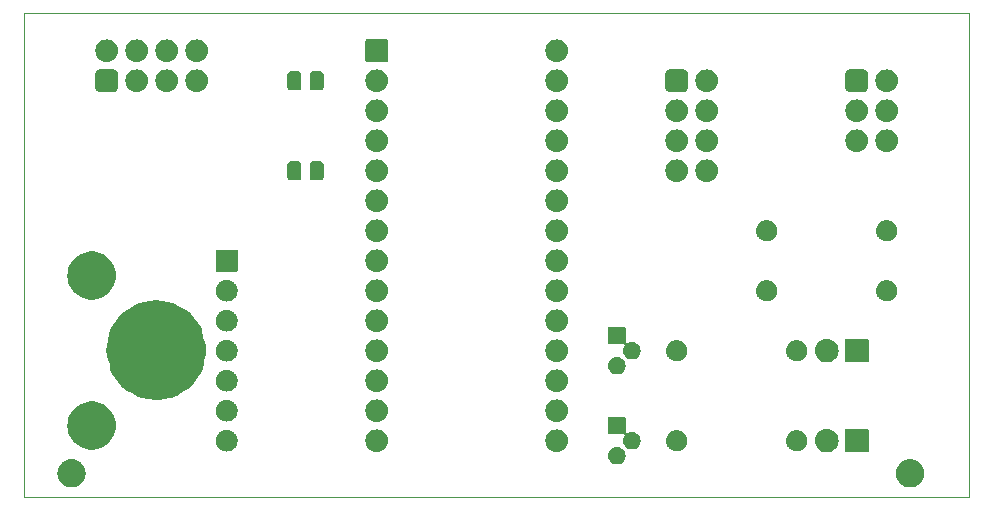
<source format=gbr>
%TF.GenerationSoftware,KiCad,Pcbnew,7.0.3*%
%TF.CreationDate,2023-05-15T17:39:43+02:00*%
%TF.ProjectId,PRO_MCU,50524f5f-4d43-4552-9e6b-696361645f70,rev?*%
%TF.SameCoordinates,Original*%
%TF.FileFunction,Soldermask,Top*%
%TF.FilePolarity,Negative*%
%FSLAX45Y45*%
G04 Gerber Fmt 4.5, Leading zero omitted, Abs format (unit mm)*
G04 Created by KiCad (PCBNEW 7.0.3) date 2023-05-15 17:39:43*
%MOMM*%
%LPD*%
G01*
G04 APERTURE LIST*
%TA.AperFunction,Profile*%
%ADD10C,0.100000*%
%TD*%
%TA.AperFunction,Profile*%
%ADD11C,4.250000*%
%TD*%
G04 APERTURE END LIST*
D10*
%TO.C,Logo*%
X4890000Y-7397500D02*
X12890000Y-7397500D01*
X12890000Y-7397500D02*
X12890000Y-3297500D01*
X12890000Y-3297500D02*
X4890000Y-3297500D01*
X4890000Y-3297500D02*
X4890000Y-7397500D01*
%TO.C,U4*%
D11*
X6219650Y-6155850D02*
G75*
G03*
X6219650Y-6155850I-212500J0D01*
G01*
%TD*%
G36*
X5295633Y-7078012D02*
G01*
X5301072Y-7078012D01*
X5305858Y-7078906D01*
X5310835Y-7079342D01*
X5316944Y-7080979D01*
X5322840Y-7082081D01*
X5326838Y-7083630D01*
X5331036Y-7084755D01*
X5337391Y-7087718D01*
X5343489Y-7090080D01*
X5346636Y-7092029D01*
X5349990Y-7093593D01*
X5356317Y-7098023D01*
X5362316Y-7101738D01*
X5364616Y-7103834D01*
X5367122Y-7105589D01*
X5373118Y-7111585D01*
X5378681Y-7116656D01*
X5380198Y-7118665D01*
X5381911Y-7120378D01*
X5387254Y-7128009D01*
X5392026Y-7134328D01*
X5392881Y-7136045D01*
X5393907Y-7137510D01*
X5398274Y-7146876D01*
X5401897Y-7154151D01*
X5402257Y-7155417D01*
X5402745Y-7156464D01*
X5405822Y-7167947D01*
X5407957Y-7175450D01*
X5408023Y-7176160D01*
X5408158Y-7176665D01*
X5409656Y-7193789D01*
X5410000Y-7197500D01*
X5409656Y-7201211D01*
X5408158Y-7218335D01*
X5408023Y-7218840D01*
X5407957Y-7219550D01*
X5405821Y-7227055D01*
X5402745Y-7238536D01*
X5402257Y-7239583D01*
X5401897Y-7240849D01*
X5398274Y-7248124D01*
X5393907Y-7257490D01*
X5392881Y-7258955D01*
X5392026Y-7260672D01*
X5387254Y-7266992D01*
X5381911Y-7274622D01*
X5380198Y-7276335D01*
X5378681Y-7278343D01*
X5373116Y-7283416D01*
X5367122Y-7289411D01*
X5364616Y-7291165D01*
X5362316Y-7293262D01*
X5356316Y-7296977D01*
X5349990Y-7301407D01*
X5346637Y-7302970D01*
X5343489Y-7304920D01*
X5337390Y-7307282D01*
X5331036Y-7310245D01*
X5326839Y-7311370D01*
X5322840Y-7312919D01*
X5316942Y-7314021D01*
X5310835Y-7315658D01*
X5305859Y-7316093D01*
X5301072Y-7316988D01*
X5295632Y-7316988D01*
X5290000Y-7317481D01*
X5284368Y-7316988D01*
X5278928Y-7316988D01*
X5274141Y-7316093D01*
X5269165Y-7315658D01*
X5263057Y-7314021D01*
X5257160Y-7312919D01*
X5253161Y-7311370D01*
X5248964Y-7310245D01*
X5242609Y-7307282D01*
X5236511Y-7304920D01*
X5233364Y-7302971D01*
X5230010Y-7301407D01*
X5223683Y-7296977D01*
X5217684Y-7293262D01*
X5215384Y-7291166D01*
X5212878Y-7289411D01*
X5206882Y-7283415D01*
X5201319Y-7278343D01*
X5199802Y-7276335D01*
X5198089Y-7274622D01*
X5192745Y-7266990D01*
X5187974Y-7260672D01*
X5187119Y-7258955D01*
X5186093Y-7257490D01*
X5181724Y-7248121D01*
X5178103Y-7240849D01*
X5177743Y-7239584D01*
X5177255Y-7238536D01*
X5174177Y-7227049D01*
X5172043Y-7219550D01*
X5171977Y-7218841D01*
X5171842Y-7218335D01*
X5170342Y-7201192D01*
X5170000Y-7197500D01*
X5170342Y-7193809D01*
X5171842Y-7176665D01*
X5171977Y-7176159D01*
X5172043Y-7175450D01*
X5174176Y-7167953D01*
X5177255Y-7156464D01*
X5177743Y-7155416D01*
X5178103Y-7154151D01*
X5181724Y-7146879D01*
X5186093Y-7137510D01*
X5187119Y-7136044D01*
X5187974Y-7134328D01*
X5192744Y-7128011D01*
X5198089Y-7120378D01*
X5199803Y-7118664D01*
X5201319Y-7116656D01*
X5206881Y-7111586D01*
X5212878Y-7105589D01*
X5215385Y-7103834D01*
X5217684Y-7101738D01*
X5223682Y-7098024D01*
X5230010Y-7093593D01*
X5233364Y-7092029D01*
X5236511Y-7090080D01*
X5242609Y-7087718D01*
X5248964Y-7084755D01*
X5253162Y-7083630D01*
X5257160Y-7082081D01*
X5263056Y-7080979D01*
X5269165Y-7079342D01*
X5274142Y-7078906D01*
X5278928Y-7078012D01*
X5284367Y-7078012D01*
X5290000Y-7077519D01*
X5295633Y-7078012D01*
G37*
G36*
X12395633Y-7078012D02*
G01*
X12401072Y-7078012D01*
X12405858Y-7078906D01*
X12410835Y-7079342D01*
X12416943Y-7080979D01*
X12422840Y-7082081D01*
X12426838Y-7083630D01*
X12431036Y-7084755D01*
X12437391Y-7087718D01*
X12443489Y-7090080D01*
X12446636Y-7092029D01*
X12449990Y-7093593D01*
X12456317Y-7098023D01*
X12462316Y-7101738D01*
X12464616Y-7103834D01*
X12467122Y-7105589D01*
X12473117Y-7111585D01*
X12478681Y-7116656D01*
X12480198Y-7118665D01*
X12481911Y-7120378D01*
X12487254Y-7128009D01*
X12492026Y-7134328D01*
X12492881Y-7136045D01*
X12493907Y-7137510D01*
X12498274Y-7146876D01*
X12501897Y-7154151D01*
X12502257Y-7155417D01*
X12502745Y-7156464D01*
X12505822Y-7167947D01*
X12507957Y-7175450D01*
X12508022Y-7176160D01*
X12508158Y-7176665D01*
X12509656Y-7193789D01*
X12510000Y-7197500D01*
X12509656Y-7201211D01*
X12508158Y-7218335D01*
X12508022Y-7218840D01*
X12507957Y-7219550D01*
X12505821Y-7227055D01*
X12502745Y-7238536D01*
X12502257Y-7239583D01*
X12501897Y-7240849D01*
X12498274Y-7248124D01*
X12493907Y-7257490D01*
X12492881Y-7258955D01*
X12492026Y-7260672D01*
X12487254Y-7266992D01*
X12481911Y-7274622D01*
X12480198Y-7276335D01*
X12478681Y-7278343D01*
X12473116Y-7283416D01*
X12467122Y-7289411D01*
X12464616Y-7291165D01*
X12462316Y-7293262D01*
X12456316Y-7296977D01*
X12449990Y-7301407D01*
X12446636Y-7302970D01*
X12443489Y-7304920D01*
X12437390Y-7307282D01*
X12431036Y-7310245D01*
X12426839Y-7311370D01*
X12422840Y-7312919D01*
X12416942Y-7314021D01*
X12410835Y-7315658D01*
X12405859Y-7316093D01*
X12401072Y-7316988D01*
X12395632Y-7316988D01*
X12390000Y-7317481D01*
X12384368Y-7316988D01*
X12378928Y-7316988D01*
X12374141Y-7316093D01*
X12369165Y-7315658D01*
X12363057Y-7314021D01*
X12357160Y-7312919D01*
X12353161Y-7311370D01*
X12348964Y-7310245D01*
X12342609Y-7307282D01*
X12336511Y-7304920D01*
X12333364Y-7302971D01*
X12330010Y-7301407D01*
X12323683Y-7296977D01*
X12317684Y-7293262D01*
X12315384Y-7291166D01*
X12312878Y-7289411D01*
X12306882Y-7283415D01*
X12301319Y-7278343D01*
X12299802Y-7276335D01*
X12298089Y-7274622D01*
X12292745Y-7266990D01*
X12287974Y-7260672D01*
X12287119Y-7258955D01*
X12286093Y-7257490D01*
X12281724Y-7248121D01*
X12278103Y-7240849D01*
X12277743Y-7239584D01*
X12277255Y-7238536D01*
X12274177Y-7227049D01*
X12272043Y-7219550D01*
X12271977Y-7218841D01*
X12271842Y-7218335D01*
X12270342Y-7201192D01*
X12270000Y-7197500D01*
X12270342Y-7193809D01*
X12271842Y-7176665D01*
X12271977Y-7176159D01*
X12272043Y-7175450D01*
X12274176Y-7167953D01*
X12277255Y-7156464D01*
X12277743Y-7155416D01*
X12278103Y-7154151D01*
X12281724Y-7146879D01*
X12286093Y-7137510D01*
X12287119Y-7136044D01*
X12287974Y-7134328D01*
X12292744Y-7128011D01*
X12298089Y-7120378D01*
X12299803Y-7118664D01*
X12301319Y-7116656D01*
X12306881Y-7111586D01*
X12312878Y-7105589D01*
X12315385Y-7103834D01*
X12317684Y-7101738D01*
X12323682Y-7098024D01*
X12330010Y-7093593D01*
X12333364Y-7092029D01*
X12336511Y-7090080D01*
X12342609Y-7087718D01*
X12348964Y-7084755D01*
X12353162Y-7083630D01*
X12357160Y-7082081D01*
X12363056Y-7080979D01*
X12369165Y-7079342D01*
X12374142Y-7078906D01*
X12378928Y-7078012D01*
X12384367Y-7078012D01*
X12390000Y-7077519D01*
X12395633Y-7078012D01*
G37*
G36*
X9922689Y-6975380D02*
G01*
X9938541Y-6980927D01*
X9952762Y-6989863D01*
X9964637Y-7001738D01*
X9973573Y-7015959D01*
X9979120Y-7031811D01*
X9981000Y-7048500D01*
X9979120Y-7065189D01*
X9973573Y-7081041D01*
X9964637Y-7095262D01*
X9952762Y-7107137D01*
X9938541Y-7116073D01*
X9922689Y-7121620D01*
X9906000Y-7123500D01*
X9889311Y-7121620D01*
X9873459Y-7116073D01*
X9859238Y-7107137D01*
X9847363Y-7095262D01*
X9838427Y-7081041D01*
X9832880Y-7065189D01*
X9831000Y-7048500D01*
X9832880Y-7031811D01*
X9838427Y-7015959D01*
X9847363Y-7001738D01*
X9859238Y-6989863D01*
X9873459Y-6980927D01*
X9889311Y-6975380D01*
X9906000Y-6973500D01*
X9922689Y-6975380D01*
G37*
G36*
X11703509Y-6823421D02*
G01*
X11722268Y-6829112D01*
X11739557Y-6838353D01*
X11754711Y-6850789D01*
X11767147Y-6865943D01*
X11776388Y-6883232D01*
X11782078Y-6901991D01*
X11784000Y-6921500D01*
X11782078Y-6941009D01*
X11776388Y-6959768D01*
X11767147Y-6977057D01*
X11754711Y-6992211D01*
X11739557Y-7004647D01*
X11722268Y-7013888D01*
X11703509Y-7019578D01*
X11684000Y-7021500D01*
X11664491Y-7019578D01*
X11645732Y-7013888D01*
X11628443Y-7004647D01*
X11613289Y-6992211D01*
X11600853Y-6977057D01*
X11591612Y-6959768D01*
X11585921Y-6941009D01*
X11584000Y-6921500D01*
X11585921Y-6901991D01*
X11591612Y-6883232D01*
X11600853Y-6865943D01*
X11613289Y-6850789D01*
X11628443Y-6838353D01*
X11645732Y-6829112D01*
X11664491Y-6823421D01*
X11684000Y-6821500D01*
X11703509Y-6823421D01*
G37*
G36*
X12031827Y-6822261D02*
G01*
X12035071Y-6824429D01*
X12037239Y-6827673D01*
X12038000Y-6831500D01*
X12038000Y-7011500D01*
X12037239Y-7015327D01*
X12035071Y-7018571D01*
X12031827Y-7020739D01*
X12028000Y-7021500D01*
X11848000Y-7021500D01*
X11844173Y-7020739D01*
X11840929Y-7018571D01*
X11838761Y-7015327D01*
X11838000Y-7011500D01*
X11838000Y-6831500D01*
X11838761Y-6827673D01*
X11840929Y-6824429D01*
X11844173Y-6822261D01*
X11848000Y-6821500D01*
X12028000Y-6821500D01*
X12031827Y-6822261D01*
G37*
G36*
X7892534Y-6828325D02*
G01*
X7910355Y-6833731D01*
X7926779Y-6842510D01*
X7941175Y-6854325D01*
X7952990Y-6868721D01*
X7961769Y-6885145D01*
X7967175Y-6902966D01*
X7969000Y-6921500D01*
X7967175Y-6940034D01*
X7961769Y-6957855D01*
X7952990Y-6974279D01*
X7941175Y-6988675D01*
X7926779Y-7000490D01*
X7910355Y-7009269D01*
X7892534Y-7014675D01*
X7874000Y-7016500D01*
X7855466Y-7014675D01*
X7837645Y-7009269D01*
X7821221Y-7000490D01*
X7806825Y-6988675D01*
X7795010Y-6974279D01*
X7786231Y-6957855D01*
X7780825Y-6940034D01*
X7779000Y-6921500D01*
X7780825Y-6902966D01*
X7786231Y-6885145D01*
X7795010Y-6868721D01*
X7806825Y-6854325D01*
X7821221Y-6842510D01*
X7837645Y-6833731D01*
X7855466Y-6828325D01*
X7874000Y-6826500D01*
X7892534Y-6828325D01*
G37*
G36*
X9416534Y-6828325D02*
G01*
X9434355Y-6833731D01*
X9450779Y-6842510D01*
X9465175Y-6854325D01*
X9476990Y-6868721D01*
X9485769Y-6885145D01*
X9491175Y-6902966D01*
X9493000Y-6921500D01*
X9491175Y-6940034D01*
X9485769Y-6957855D01*
X9476990Y-6974279D01*
X9465175Y-6988675D01*
X9450779Y-7000490D01*
X9434355Y-7009269D01*
X9416534Y-7014675D01*
X9398000Y-7016500D01*
X9379466Y-7014675D01*
X9361645Y-7009269D01*
X9345221Y-7000490D01*
X9330825Y-6988675D01*
X9319010Y-6974279D01*
X9310231Y-6957855D01*
X9304825Y-6940034D01*
X9303000Y-6921500D01*
X9304825Y-6902966D01*
X9310231Y-6885145D01*
X9319010Y-6868721D01*
X9330825Y-6854325D01*
X9345221Y-6842510D01*
X9361645Y-6833731D01*
X9379466Y-6828325D01*
X9398000Y-6826500D01*
X9416534Y-6828325D01*
G37*
G36*
X6608905Y-6829427D02*
G01*
X6613677Y-6829427D01*
X6617798Y-6830303D01*
X6622057Y-6830723D01*
X6627406Y-6832345D01*
X6632609Y-6833451D01*
X6635937Y-6834933D01*
X6639420Y-6835989D01*
X6644953Y-6838947D01*
X6650290Y-6841323D01*
X6652771Y-6843126D01*
X6655421Y-6844542D01*
X6660826Y-6848978D01*
X6665948Y-6852700D01*
X6667611Y-6854546D01*
X6669447Y-6856053D01*
X6674379Y-6862063D01*
X6678899Y-6867083D01*
X6679848Y-6868727D01*
X6680957Y-6870079D01*
X6685061Y-6877756D01*
X6688576Y-6883844D01*
X6688980Y-6885088D01*
X6689510Y-6886080D01*
X6692432Y-6895713D01*
X6694557Y-6902251D01*
X6694632Y-6902963D01*
X6694777Y-6903443D01*
X6696195Y-6917838D01*
X6696580Y-6921500D01*
X6696195Y-6925162D01*
X6694777Y-6939557D01*
X6694632Y-6940036D01*
X6694557Y-6940748D01*
X6692432Y-6947288D01*
X6689510Y-6956920D01*
X6688980Y-6957911D01*
X6688576Y-6959156D01*
X6685060Y-6965245D01*
X6680957Y-6972921D01*
X6679849Y-6974272D01*
X6678899Y-6975917D01*
X6674378Y-6980937D01*
X6669447Y-6986947D01*
X6667611Y-6988453D01*
X6665948Y-6990300D01*
X6660825Y-6994022D01*
X6655421Y-6998457D01*
X6652772Y-6999873D01*
X6650290Y-7001677D01*
X6644952Y-7004053D01*
X6639420Y-7007010D01*
X6635938Y-7008066D01*
X6632609Y-7009549D01*
X6627405Y-7010655D01*
X6622057Y-7012277D01*
X6617799Y-7012697D01*
X6613677Y-7013573D01*
X6608904Y-7013573D01*
X6604000Y-7014056D01*
X6599096Y-7013573D01*
X6594323Y-7013573D01*
X6590201Y-7012697D01*
X6585943Y-7012277D01*
X6580594Y-7010655D01*
X6575391Y-7009549D01*
X6572062Y-7008067D01*
X6568580Y-7007010D01*
X6563047Y-7004053D01*
X6557710Y-7001677D01*
X6555228Y-6999874D01*
X6552579Y-6998457D01*
X6547174Y-6994022D01*
X6542052Y-6990300D01*
X6540389Y-6988453D01*
X6538553Y-6986947D01*
X6533620Y-6980936D01*
X6529101Y-6975917D01*
X6528152Y-6974272D01*
X6527042Y-6972921D01*
X6522938Y-6965242D01*
X6519424Y-6959156D01*
X6519020Y-6957912D01*
X6518489Y-6956920D01*
X6515566Y-6947284D01*
X6513443Y-6940748D01*
X6513368Y-6940037D01*
X6513223Y-6939557D01*
X6511803Y-6925147D01*
X6511420Y-6921500D01*
X6511803Y-6917853D01*
X6513223Y-6903443D01*
X6513368Y-6902963D01*
X6513443Y-6902251D01*
X6515566Y-6895718D01*
X6518489Y-6886080D01*
X6519020Y-6885088D01*
X6519424Y-6883844D01*
X6522937Y-6877759D01*
X6527042Y-6870079D01*
X6528152Y-6868727D01*
X6529101Y-6867083D01*
X6533619Y-6862065D01*
X6538553Y-6856053D01*
X6540389Y-6854546D01*
X6542052Y-6852700D01*
X6547173Y-6848979D01*
X6552579Y-6844542D01*
X6555229Y-6843126D01*
X6557710Y-6841323D01*
X6563046Y-6838948D01*
X6568580Y-6835989D01*
X6572063Y-6834933D01*
X6575391Y-6833451D01*
X6580593Y-6832345D01*
X6585943Y-6830723D01*
X6590202Y-6830303D01*
X6594323Y-6829427D01*
X6599095Y-6829427D01*
X6604000Y-6828944D01*
X6608905Y-6829427D01*
G37*
G36*
X10418761Y-6831993D02*
G01*
X10423408Y-6831993D01*
X10427420Y-6832846D01*
X10431553Y-6833253D01*
X10436746Y-6834828D01*
X10441812Y-6835905D01*
X10445053Y-6837348D01*
X10448432Y-6838373D01*
X10453802Y-6841243D01*
X10459000Y-6843558D01*
X10461417Y-6845313D01*
X10463988Y-6846688D01*
X10469233Y-6850993D01*
X10474222Y-6854617D01*
X10475841Y-6856415D01*
X10477623Y-6857877D01*
X10482409Y-6863710D01*
X10486812Y-6868599D01*
X10487737Y-6870201D01*
X10488812Y-6871512D01*
X10492791Y-6878956D01*
X10496219Y-6884894D01*
X10496613Y-6886107D01*
X10497127Y-6887068D01*
X10499957Y-6896397D01*
X10502033Y-6902788D01*
X10502106Y-6903483D01*
X10502247Y-6903947D01*
X10503615Y-6917838D01*
X10504000Y-6921500D01*
X10503615Y-6925162D01*
X10502247Y-6939053D01*
X10502106Y-6939516D01*
X10502033Y-6940212D01*
X10499956Y-6946604D01*
X10497127Y-6955932D01*
X10496614Y-6956892D01*
X10496219Y-6958106D01*
X10492790Y-6964045D01*
X10488812Y-6971488D01*
X10487737Y-6972798D01*
X10486812Y-6974401D01*
X10482408Y-6979291D01*
X10477623Y-6985122D01*
X10475842Y-6986584D01*
X10474222Y-6988383D01*
X10469232Y-6992008D01*
X10463988Y-6996312D01*
X10461417Y-6997686D01*
X10459000Y-6999442D01*
X10453801Y-7001757D01*
X10448432Y-7004627D01*
X10445053Y-7005652D01*
X10441812Y-7007095D01*
X10436745Y-7008172D01*
X10431553Y-7009747D01*
X10427421Y-7010154D01*
X10423408Y-7011007D01*
X10418760Y-7011007D01*
X10414000Y-7011476D01*
X10409240Y-7011007D01*
X10404592Y-7011007D01*
X10400579Y-7010154D01*
X10396447Y-7009747D01*
X10391255Y-7008172D01*
X10386189Y-7007095D01*
X10382947Y-7005652D01*
X10379568Y-7004627D01*
X10374198Y-7001757D01*
X10369000Y-6999442D01*
X10366583Y-6997686D01*
X10364012Y-6996312D01*
X10358767Y-6992007D01*
X10353778Y-6988383D01*
X10352159Y-6986584D01*
X10350377Y-6985122D01*
X10345591Y-6979290D01*
X10341189Y-6974401D01*
X10340263Y-6972798D01*
X10339188Y-6971488D01*
X10335209Y-6964043D01*
X10331781Y-6958106D01*
X10331387Y-6956893D01*
X10330873Y-6955932D01*
X10328042Y-6946600D01*
X10325967Y-6940212D01*
X10325894Y-6939517D01*
X10325753Y-6939053D01*
X10324383Y-6925147D01*
X10324000Y-6921500D01*
X10324383Y-6917854D01*
X10325753Y-6903947D01*
X10325894Y-6903483D01*
X10325967Y-6902788D01*
X10328042Y-6896402D01*
X10330873Y-6887068D01*
X10331387Y-6886107D01*
X10331781Y-6884894D01*
X10335208Y-6878958D01*
X10339188Y-6871512D01*
X10340264Y-6870201D01*
X10341189Y-6868599D01*
X10345590Y-6863711D01*
X10350377Y-6857877D01*
X10352159Y-6856415D01*
X10353778Y-6854617D01*
X10358766Y-6850993D01*
X10364012Y-6846688D01*
X10366584Y-6845313D01*
X10369000Y-6843558D01*
X10374197Y-6841244D01*
X10379568Y-6838373D01*
X10382947Y-6837348D01*
X10386189Y-6835905D01*
X10391254Y-6834828D01*
X10396447Y-6833253D01*
X10400580Y-6832846D01*
X10404592Y-6831993D01*
X10409239Y-6831993D01*
X10414000Y-6831524D01*
X10418761Y-6831993D01*
G37*
G36*
X11434761Y-6831993D02*
G01*
X11439408Y-6831993D01*
X11443420Y-6832846D01*
X11447553Y-6833253D01*
X11452746Y-6834828D01*
X11457811Y-6835905D01*
X11461053Y-6837348D01*
X11464432Y-6838373D01*
X11469802Y-6841243D01*
X11475000Y-6843558D01*
X11477416Y-6845313D01*
X11479988Y-6846688D01*
X11485233Y-6850993D01*
X11490222Y-6854617D01*
X11491841Y-6856415D01*
X11493622Y-6857877D01*
X11498409Y-6863710D01*
X11502811Y-6868599D01*
X11503736Y-6870201D01*
X11504812Y-6871512D01*
X11508791Y-6878956D01*
X11512219Y-6884894D01*
X11512613Y-6886107D01*
X11513127Y-6887068D01*
X11515957Y-6896397D01*
X11518033Y-6902788D01*
X11518106Y-6903483D01*
X11518247Y-6903947D01*
X11519615Y-6917838D01*
X11520000Y-6921500D01*
X11519615Y-6925162D01*
X11518247Y-6939053D01*
X11518106Y-6939516D01*
X11518033Y-6940212D01*
X11515956Y-6946604D01*
X11513127Y-6955932D01*
X11512613Y-6956892D01*
X11512219Y-6958106D01*
X11508790Y-6964045D01*
X11504812Y-6971488D01*
X11503737Y-6972798D01*
X11502811Y-6974401D01*
X11498408Y-6979291D01*
X11493622Y-6985122D01*
X11491841Y-6986584D01*
X11490222Y-6988383D01*
X11485232Y-6992008D01*
X11479988Y-6996312D01*
X11477417Y-6997686D01*
X11475000Y-6999442D01*
X11469801Y-7001757D01*
X11464432Y-7004627D01*
X11461053Y-7005652D01*
X11457811Y-7007095D01*
X11452745Y-7008172D01*
X11447553Y-7009747D01*
X11443421Y-7010154D01*
X11439408Y-7011007D01*
X11434760Y-7011007D01*
X11430000Y-7011476D01*
X11425240Y-7011007D01*
X11420592Y-7011007D01*
X11416579Y-7010154D01*
X11412447Y-7009747D01*
X11407255Y-7008172D01*
X11402188Y-7007095D01*
X11398947Y-7005652D01*
X11395568Y-7004627D01*
X11390198Y-7001757D01*
X11385000Y-6999442D01*
X11382583Y-6997686D01*
X11380012Y-6996312D01*
X11374767Y-6992007D01*
X11369778Y-6988383D01*
X11368159Y-6986584D01*
X11366377Y-6985122D01*
X11361591Y-6979290D01*
X11357188Y-6974401D01*
X11356263Y-6972798D01*
X11355188Y-6971488D01*
X11351208Y-6964043D01*
X11347781Y-6958106D01*
X11347387Y-6956893D01*
X11346873Y-6955932D01*
X11344042Y-6946600D01*
X11341967Y-6940212D01*
X11341894Y-6939517D01*
X11341753Y-6939053D01*
X11340383Y-6925147D01*
X11340000Y-6921500D01*
X11340383Y-6917854D01*
X11341753Y-6903947D01*
X11341894Y-6903483D01*
X11341967Y-6902788D01*
X11344042Y-6896402D01*
X11346873Y-6887068D01*
X11347387Y-6886107D01*
X11347781Y-6884894D01*
X11351208Y-6878958D01*
X11355188Y-6871512D01*
X11356264Y-6870201D01*
X11357188Y-6868599D01*
X11361590Y-6863711D01*
X11366377Y-6857877D01*
X11368159Y-6856415D01*
X11369778Y-6854617D01*
X11374766Y-6850993D01*
X11380012Y-6846688D01*
X11382584Y-6845313D01*
X11385000Y-6843558D01*
X11390197Y-6841244D01*
X11395568Y-6838373D01*
X11398947Y-6837348D01*
X11402188Y-6835905D01*
X11407253Y-6834828D01*
X11412447Y-6833253D01*
X11416580Y-6832846D01*
X11420592Y-6831993D01*
X11425239Y-6831993D01*
X11430000Y-6831524D01*
X11434761Y-6831993D01*
G37*
G36*
X5502725Y-6593709D02*
G01*
X5529677Y-6601261D01*
X5555350Y-6612412D01*
X5579266Y-6626956D01*
X5600978Y-6644620D01*
X5620083Y-6665076D01*
X5636224Y-6687944D01*
X5649102Y-6712796D01*
X5658475Y-6739170D01*
X5664170Y-6766575D01*
X5666080Y-6794500D01*
X5664170Y-6822425D01*
X5658475Y-6849830D01*
X5649102Y-6876204D01*
X5636224Y-6901056D01*
X5620083Y-6923923D01*
X5600978Y-6944380D01*
X5579266Y-6962044D01*
X5555350Y-6976587D01*
X5529677Y-6987739D01*
X5502725Y-6995291D01*
X5474995Y-6999102D01*
X5447005Y-6999102D01*
X5419275Y-6995291D01*
X5392323Y-6987739D01*
X5366650Y-6976587D01*
X5342734Y-6962044D01*
X5321022Y-6944380D01*
X5301917Y-6923923D01*
X5285776Y-6901056D01*
X5272898Y-6876204D01*
X5263525Y-6849830D01*
X5257830Y-6822425D01*
X5255920Y-6794500D01*
X5257830Y-6766575D01*
X5263525Y-6739170D01*
X5272898Y-6712796D01*
X5285776Y-6687944D01*
X5301917Y-6665076D01*
X5321022Y-6644620D01*
X5342734Y-6626956D01*
X5366650Y-6612412D01*
X5392323Y-6601261D01*
X5419275Y-6593709D01*
X5447005Y-6589898D01*
X5474995Y-6589898D01*
X5502725Y-6593709D01*
G37*
G36*
X9974827Y-6720261D02*
G01*
X9978071Y-6722429D01*
X9980239Y-6725673D01*
X9981000Y-6729500D01*
X9981000Y-6859500D01*
X9981000Y-6859500D01*
X9981000Y-6860094D01*
X9986157Y-6862944D01*
X9986238Y-6862863D01*
X10000459Y-6853927D01*
X10016311Y-6848380D01*
X10033000Y-6846500D01*
X10049689Y-6848380D01*
X10065541Y-6853927D01*
X10079762Y-6862863D01*
X10091637Y-6874738D01*
X10100573Y-6888959D01*
X10106120Y-6904811D01*
X10108000Y-6921500D01*
X10106120Y-6938189D01*
X10100573Y-6954041D01*
X10091637Y-6968262D01*
X10079762Y-6980137D01*
X10065541Y-6989073D01*
X10049689Y-6994620D01*
X10033000Y-6996500D01*
X10016311Y-6994620D01*
X10000459Y-6989073D01*
X9986238Y-6980137D01*
X9974363Y-6968262D01*
X9965427Y-6954041D01*
X9959880Y-6938189D01*
X9958000Y-6921500D01*
X9959880Y-6904811D01*
X9965427Y-6888959D01*
X9974363Y-6874738D01*
X9974444Y-6874657D01*
X9971594Y-6869500D01*
X9971001Y-6869500D01*
X9971000Y-6869500D01*
X9841000Y-6869500D01*
X9837173Y-6868739D01*
X9833929Y-6866571D01*
X9831761Y-6863327D01*
X9831000Y-6859500D01*
X9831000Y-6729500D01*
X9831761Y-6725673D01*
X9833929Y-6722429D01*
X9837173Y-6720261D01*
X9841000Y-6719500D01*
X9971000Y-6719500D01*
X9974827Y-6720261D01*
G37*
G36*
X7892534Y-6574325D02*
G01*
X7910355Y-6579731D01*
X7926779Y-6588510D01*
X7941175Y-6600325D01*
X7952990Y-6614721D01*
X7961769Y-6631145D01*
X7967175Y-6648966D01*
X7969000Y-6667500D01*
X7967175Y-6686034D01*
X7961769Y-6703855D01*
X7952990Y-6720279D01*
X7941175Y-6734675D01*
X7926779Y-6746490D01*
X7910355Y-6755269D01*
X7892534Y-6760675D01*
X7874000Y-6762500D01*
X7855466Y-6760675D01*
X7837645Y-6755269D01*
X7821221Y-6746490D01*
X7806825Y-6734675D01*
X7795010Y-6720279D01*
X7786231Y-6703855D01*
X7780825Y-6686034D01*
X7779000Y-6667500D01*
X7780825Y-6648966D01*
X7786231Y-6631145D01*
X7795010Y-6614721D01*
X7806825Y-6600325D01*
X7821221Y-6588510D01*
X7837645Y-6579731D01*
X7855466Y-6574325D01*
X7874000Y-6572500D01*
X7892534Y-6574325D01*
G37*
G36*
X9416534Y-6574325D02*
G01*
X9434355Y-6579731D01*
X9450779Y-6588510D01*
X9465175Y-6600325D01*
X9476990Y-6614721D01*
X9485769Y-6631145D01*
X9491175Y-6648966D01*
X9493000Y-6667500D01*
X9491175Y-6686034D01*
X9485769Y-6703855D01*
X9476990Y-6720279D01*
X9465175Y-6734675D01*
X9450779Y-6746490D01*
X9434355Y-6755269D01*
X9416534Y-6760675D01*
X9398000Y-6762500D01*
X9379466Y-6760675D01*
X9361645Y-6755269D01*
X9345221Y-6746490D01*
X9330825Y-6734675D01*
X9319010Y-6720279D01*
X9310231Y-6703855D01*
X9304825Y-6686034D01*
X9303000Y-6667500D01*
X9304825Y-6648966D01*
X9310231Y-6631145D01*
X9319010Y-6614721D01*
X9330825Y-6600325D01*
X9345221Y-6588510D01*
X9361645Y-6579731D01*
X9379466Y-6574325D01*
X9398000Y-6572500D01*
X9416534Y-6574325D01*
G37*
G36*
X6608905Y-6575427D02*
G01*
X6613677Y-6575427D01*
X6617798Y-6576303D01*
X6622057Y-6576723D01*
X6627406Y-6578345D01*
X6632609Y-6579451D01*
X6635937Y-6580933D01*
X6639420Y-6581989D01*
X6644953Y-6584947D01*
X6650290Y-6587323D01*
X6652771Y-6589126D01*
X6655421Y-6590542D01*
X6660826Y-6594978D01*
X6665948Y-6598700D01*
X6667611Y-6600546D01*
X6669447Y-6602053D01*
X6674379Y-6608063D01*
X6678899Y-6613083D01*
X6679848Y-6614727D01*
X6680957Y-6616079D01*
X6685061Y-6623756D01*
X6688576Y-6629844D01*
X6688980Y-6631088D01*
X6689510Y-6632080D01*
X6692432Y-6641713D01*
X6694557Y-6648251D01*
X6694632Y-6648963D01*
X6694777Y-6649443D01*
X6696195Y-6663838D01*
X6696580Y-6667500D01*
X6696195Y-6671162D01*
X6694777Y-6685557D01*
X6694632Y-6686036D01*
X6694557Y-6686748D01*
X6692432Y-6693288D01*
X6689510Y-6702920D01*
X6688980Y-6703911D01*
X6688576Y-6705156D01*
X6685060Y-6711245D01*
X6680957Y-6718921D01*
X6679849Y-6720272D01*
X6678899Y-6721917D01*
X6674378Y-6726937D01*
X6669447Y-6732947D01*
X6667611Y-6734453D01*
X6665948Y-6736300D01*
X6660825Y-6740022D01*
X6655421Y-6744457D01*
X6652772Y-6745873D01*
X6650290Y-6747677D01*
X6644952Y-6750053D01*
X6639420Y-6753010D01*
X6635938Y-6754066D01*
X6632609Y-6755549D01*
X6627405Y-6756655D01*
X6622057Y-6758277D01*
X6617799Y-6758697D01*
X6613677Y-6759573D01*
X6608904Y-6759573D01*
X6604000Y-6760056D01*
X6599096Y-6759573D01*
X6594323Y-6759573D01*
X6590201Y-6758697D01*
X6585943Y-6758277D01*
X6580594Y-6756655D01*
X6575391Y-6755549D01*
X6572062Y-6754067D01*
X6568580Y-6753010D01*
X6563047Y-6750053D01*
X6557710Y-6747677D01*
X6555228Y-6745874D01*
X6552579Y-6744457D01*
X6547174Y-6740022D01*
X6542052Y-6736300D01*
X6540389Y-6734453D01*
X6538553Y-6732947D01*
X6533620Y-6726936D01*
X6529101Y-6721917D01*
X6528152Y-6720272D01*
X6527042Y-6718921D01*
X6522938Y-6711242D01*
X6519424Y-6705156D01*
X6519020Y-6703912D01*
X6518489Y-6702920D01*
X6515566Y-6693284D01*
X6513443Y-6686748D01*
X6513368Y-6686037D01*
X6513223Y-6685557D01*
X6511803Y-6671147D01*
X6511420Y-6667500D01*
X6511803Y-6663853D01*
X6513223Y-6649443D01*
X6513368Y-6648963D01*
X6513443Y-6648251D01*
X6515566Y-6641718D01*
X6518489Y-6632080D01*
X6519020Y-6631088D01*
X6519424Y-6629844D01*
X6522937Y-6623759D01*
X6527042Y-6616079D01*
X6528152Y-6614727D01*
X6529101Y-6613083D01*
X6533619Y-6608065D01*
X6538553Y-6602053D01*
X6540389Y-6600546D01*
X6542052Y-6598700D01*
X6547173Y-6594979D01*
X6552579Y-6590542D01*
X6555229Y-6589126D01*
X6557710Y-6587323D01*
X6563046Y-6584948D01*
X6568580Y-6581989D01*
X6572063Y-6580933D01*
X6575391Y-6579451D01*
X6580593Y-6578345D01*
X6585943Y-6576723D01*
X6590202Y-6576303D01*
X6594323Y-6575427D01*
X6599095Y-6575427D01*
X6604000Y-6574944D01*
X6608905Y-6575427D01*
G37*
G36*
X7892534Y-6320325D02*
G01*
X7910355Y-6325731D01*
X7926779Y-6334510D01*
X7941175Y-6346325D01*
X7952990Y-6360721D01*
X7961769Y-6377145D01*
X7967175Y-6394966D01*
X7969000Y-6413500D01*
X7967175Y-6432034D01*
X7961769Y-6449855D01*
X7952990Y-6466279D01*
X7941175Y-6480675D01*
X7926779Y-6492490D01*
X7910355Y-6501269D01*
X7892534Y-6506675D01*
X7874000Y-6508500D01*
X7855466Y-6506675D01*
X7837645Y-6501269D01*
X7821221Y-6492490D01*
X7806825Y-6480675D01*
X7795010Y-6466279D01*
X7786231Y-6449855D01*
X7780825Y-6432034D01*
X7779000Y-6413500D01*
X7780825Y-6394966D01*
X7786231Y-6377145D01*
X7795010Y-6360721D01*
X7806825Y-6346325D01*
X7821221Y-6334510D01*
X7837645Y-6325731D01*
X7855466Y-6320325D01*
X7874000Y-6318500D01*
X7892534Y-6320325D01*
G37*
G36*
X9416534Y-6320325D02*
G01*
X9434355Y-6325731D01*
X9450779Y-6334510D01*
X9465175Y-6346325D01*
X9476990Y-6360721D01*
X9485769Y-6377145D01*
X9491175Y-6394966D01*
X9493000Y-6413500D01*
X9491175Y-6432034D01*
X9485769Y-6449855D01*
X9476990Y-6466279D01*
X9465175Y-6480675D01*
X9450779Y-6492490D01*
X9434355Y-6501269D01*
X9416534Y-6506675D01*
X9398000Y-6508500D01*
X9379466Y-6506675D01*
X9361645Y-6501269D01*
X9345221Y-6492490D01*
X9330825Y-6480675D01*
X9319010Y-6466279D01*
X9310231Y-6449855D01*
X9304825Y-6432034D01*
X9303000Y-6413500D01*
X9304825Y-6394966D01*
X9310231Y-6377145D01*
X9319010Y-6360721D01*
X9330825Y-6346325D01*
X9345221Y-6334510D01*
X9361645Y-6325731D01*
X9379466Y-6320325D01*
X9398000Y-6318500D01*
X9416534Y-6320325D01*
G37*
G36*
X6608905Y-6321427D02*
G01*
X6613677Y-6321427D01*
X6617798Y-6322303D01*
X6622057Y-6322723D01*
X6627406Y-6324345D01*
X6632609Y-6325451D01*
X6635937Y-6326933D01*
X6639420Y-6327989D01*
X6644953Y-6330947D01*
X6650290Y-6333323D01*
X6652771Y-6335126D01*
X6655421Y-6336542D01*
X6660826Y-6340978D01*
X6665948Y-6344700D01*
X6667611Y-6346546D01*
X6669447Y-6348053D01*
X6674379Y-6354063D01*
X6678899Y-6359083D01*
X6679848Y-6360727D01*
X6680957Y-6362079D01*
X6685061Y-6369756D01*
X6688576Y-6375844D01*
X6688980Y-6377088D01*
X6689510Y-6378080D01*
X6692432Y-6387713D01*
X6694557Y-6394251D01*
X6694632Y-6394963D01*
X6694777Y-6395443D01*
X6696195Y-6409839D01*
X6696580Y-6413500D01*
X6696195Y-6417163D01*
X6694777Y-6431557D01*
X6694632Y-6432036D01*
X6694557Y-6432748D01*
X6692432Y-6439288D01*
X6689510Y-6448920D01*
X6688980Y-6449911D01*
X6688576Y-6451156D01*
X6685060Y-6457245D01*
X6680957Y-6464921D01*
X6679849Y-6466272D01*
X6678899Y-6467917D01*
X6674378Y-6472937D01*
X6669447Y-6478947D01*
X6667611Y-6480453D01*
X6665948Y-6482300D01*
X6660825Y-6486022D01*
X6655421Y-6490457D01*
X6652772Y-6491873D01*
X6650290Y-6493677D01*
X6644952Y-6496053D01*
X6639420Y-6499010D01*
X6635938Y-6500066D01*
X6632609Y-6501549D01*
X6627405Y-6502655D01*
X6622057Y-6504277D01*
X6617799Y-6504697D01*
X6613677Y-6505573D01*
X6608904Y-6505573D01*
X6604000Y-6506056D01*
X6599096Y-6505573D01*
X6594323Y-6505573D01*
X6590201Y-6504697D01*
X6585943Y-6504277D01*
X6580594Y-6502655D01*
X6575391Y-6501549D01*
X6572062Y-6500067D01*
X6568580Y-6499010D01*
X6563047Y-6496053D01*
X6557710Y-6493677D01*
X6555228Y-6491874D01*
X6552579Y-6490457D01*
X6547174Y-6486022D01*
X6542052Y-6482300D01*
X6540389Y-6480453D01*
X6538553Y-6478947D01*
X6533620Y-6472936D01*
X6529101Y-6467917D01*
X6528152Y-6466272D01*
X6527042Y-6464921D01*
X6522938Y-6457242D01*
X6519424Y-6451156D01*
X6519020Y-6449912D01*
X6518489Y-6448920D01*
X6515566Y-6439284D01*
X6513443Y-6432748D01*
X6513368Y-6432037D01*
X6513223Y-6431557D01*
X6511803Y-6417147D01*
X6511420Y-6413500D01*
X6511803Y-6409853D01*
X6513223Y-6395443D01*
X6513368Y-6394963D01*
X6513443Y-6394251D01*
X6515566Y-6387718D01*
X6518489Y-6378080D01*
X6519020Y-6377088D01*
X6519424Y-6375844D01*
X6522937Y-6369759D01*
X6527042Y-6362079D01*
X6528152Y-6360727D01*
X6529101Y-6359083D01*
X6533619Y-6354065D01*
X6538553Y-6348053D01*
X6540389Y-6346546D01*
X6542052Y-6344700D01*
X6547173Y-6340979D01*
X6552579Y-6336542D01*
X6555229Y-6335126D01*
X6557710Y-6333323D01*
X6563046Y-6330948D01*
X6568580Y-6327989D01*
X6572063Y-6326933D01*
X6575391Y-6325451D01*
X6580593Y-6324345D01*
X6585943Y-6322723D01*
X6590202Y-6322303D01*
X6594323Y-6321427D01*
X6599095Y-6321427D01*
X6604000Y-6320944D01*
X6608905Y-6321427D01*
G37*
G36*
X9922689Y-6213380D02*
G01*
X9938541Y-6218927D01*
X9952762Y-6227863D01*
X9964637Y-6239738D01*
X9973573Y-6253959D01*
X9979120Y-6269811D01*
X9981000Y-6286500D01*
X9979120Y-6303189D01*
X9973573Y-6319041D01*
X9964637Y-6333262D01*
X9952762Y-6345137D01*
X9938541Y-6354073D01*
X9922689Y-6359620D01*
X9906000Y-6361500D01*
X9889311Y-6359620D01*
X9873459Y-6354073D01*
X9859238Y-6345137D01*
X9847363Y-6333262D01*
X9838427Y-6319041D01*
X9832880Y-6303189D01*
X9831000Y-6286500D01*
X9832880Y-6269811D01*
X9838427Y-6253959D01*
X9847363Y-6239738D01*
X9859238Y-6227863D01*
X9873459Y-6218927D01*
X9889311Y-6213380D01*
X9906000Y-6211500D01*
X9922689Y-6213380D01*
G37*
G36*
X11703509Y-6061421D02*
G01*
X11722268Y-6067112D01*
X11739557Y-6076353D01*
X11754711Y-6088789D01*
X11767147Y-6103943D01*
X11776388Y-6121232D01*
X11782078Y-6139991D01*
X11784000Y-6159500D01*
X11782078Y-6179009D01*
X11776388Y-6197768D01*
X11767147Y-6215057D01*
X11754711Y-6230211D01*
X11739557Y-6242647D01*
X11722268Y-6251888D01*
X11703509Y-6257578D01*
X11684000Y-6259500D01*
X11664491Y-6257578D01*
X11645732Y-6251888D01*
X11628443Y-6242647D01*
X11613289Y-6230211D01*
X11600853Y-6215057D01*
X11591612Y-6197768D01*
X11585921Y-6179009D01*
X11584000Y-6159500D01*
X11585921Y-6139991D01*
X11591612Y-6121232D01*
X11600853Y-6103943D01*
X11613289Y-6088789D01*
X11628443Y-6076353D01*
X11645732Y-6067112D01*
X11664491Y-6061421D01*
X11684000Y-6059500D01*
X11703509Y-6061421D01*
G37*
G36*
X12031827Y-6060261D02*
G01*
X12035071Y-6062429D01*
X12037239Y-6065673D01*
X12038000Y-6069500D01*
X12038000Y-6249500D01*
X12037239Y-6253327D01*
X12035071Y-6256571D01*
X12031827Y-6258739D01*
X12028000Y-6259500D01*
X11848000Y-6259500D01*
X11844173Y-6258739D01*
X11840929Y-6256571D01*
X11838761Y-6253327D01*
X11838000Y-6249500D01*
X11838000Y-6069500D01*
X11838761Y-6065673D01*
X11840929Y-6062429D01*
X11844173Y-6060261D01*
X11848000Y-6059500D01*
X12028000Y-6059500D01*
X12031827Y-6060261D01*
G37*
G36*
X7892534Y-6066325D02*
G01*
X7910355Y-6071731D01*
X7926779Y-6080510D01*
X7941175Y-6092325D01*
X7952990Y-6106721D01*
X7961769Y-6123145D01*
X7967175Y-6140966D01*
X7969000Y-6159500D01*
X7967175Y-6178034D01*
X7961769Y-6195855D01*
X7952990Y-6212279D01*
X7941175Y-6226675D01*
X7926779Y-6238490D01*
X7910355Y-6247269D01*
X7892534Y-6252675D01*
X7874000Y-6254500D01*
X7855466Y-6252675D01*
X7837645Y-6247269D01*
X7821221Y-6238490D01*
X7806825Y-6226675D01*
X7795010Y-6212279D01*
X7786231Y-6195855D01*
X7780825Y-6178034D01*
X7779000Y-6159500D01*
X7780825Y-6140966D01*
X7786231Y-6123145D01*
X7795010Y-6106721D01*
X7806825Y-6092325D01*
X7821221Y-6080510D01*
X7837645Y-6071731D01*
X7855466Y-6066325D01*
X7874000Y-6064500D01*
X7892534Y-6066325D01*
G37*
G36*
X9416534Y-6066325D02*
G01*
X9434355Y-6071731D01*
X9450779Y-6080510D01*
X9465175Y-6092325D01*
X9476990Y-6106721D01*
X9485769Y-6123145D01*
X9491175Y-6140966D01*
X9493000Y-6159500D01*
X9491175Y-6178034D01*
X9485769Y-6195855D01*
X9476990Y-6212279D01*
X9465175Y-6226675D01*
X9450779Y-6238490D01*
X9434355Y-6247269D01*
X9416534Y-6252675D01*
X9398000Y-6254500D01*
X9379466Y-6252675D01*
X9361645Y-6247269D01*
X9345221Y-6238490D01*
X9330825Y-6226675D01*
X9319010Y-6212279D01*
X9310231Y-6195855D01*
X9304825Y-6178034D01*
X9303000Y-6159500D01*
X9304825Y-6140966D01*
X9310231Y-6123145D01*
X9319010Y-6106721D01*
X9330825Y-6092325D01*
X9345221Y-6080510D01*
X9361645Y-6071731D01*
X9379466Y-6066325D01*
X9398000Y-6064500D01*
X9416534Y-6066325D01*
G37*
G36*
X6608905Y-6067427D02*
G01*
X6613677Y-6067427D01*
X6617798Y-6068303D01*
X6622057Y-6068723D01*
X6627406Y-6070345D01*
X6632609Y-6071451D01*
X6635937Y-6072933D01*
X6639420Y-6073989D01*
X6644953Y-6076947D01*
X6650290Y-6079323D01*
X6652771Y-6081126D01*
X6655421Y-6082542D01*
X6660826Y-6086978D01*
X6665948Y-6090700D01*
X6667611Y-6092546D01*
X6669447Y-6094053D01*
X6674379Y-6100063D01*
X6678899Y-6105083D01*
X6679848Y-6106727D01*
X6680957Y-6108079D01*
X6685061Y-6115756D01*
X6688576Y-6121844D01*
X6688980Y-6123088D01*
X6689510Y-6124080D01*
X6692432Y-6133713D01*
X6694557Y-6140251D01*
X6694632Y-6140963D01*
X6694777Y-6141443D01*
X6696195Y-6155839D01*
X6696580Y-6159500D01*
X6696195Y-6163163D01*
X6694777Y-6177557D01*
X6694632Y-6178036D01*
X6694557Y-6178748D01*
X6692432Y-6185288D01*
X6689510Y-6194920D01*
X6688980Y-6195911D01*
X6688576Y-6197156D01*
X6685060Y-6203245D01*
X6680957Y-6210921D01*
X6679849Y-6212272D01*
X6678899Y-6213917D01*
X6674378Y-6218937D01*
X6669447Y-6224947D01*
X6667611Y-6226453D01*
X6665948Y-6228300D01*
X6660825Y-6232022D01*
X6655421Y-6236457D01*
X6652772Y-6237873D01*
X6650290Y-6239677D01*
X6644952Y-6242053D01*
X6639420Y-6245010D01*
X6635938Y-6246066D01*
X6632609Y-6247549D01*
X6627405Y-6248655D01*
X6622057Y-6250277D01*
X6617799Y-6250697D01*
X6613677Y-6251573D01*
X6608904Y-6251573D01*
X6604000Y-6252056D01*
X6599096Y-6251573D01*
X6594323Y-6251573D01*
X6590201Y-6250697D01*
X6585943Y-6250277D01*
X6580594Y-6248655D01*
X6575391Y-6247549D01*
X6572062Y-6246067D01*
X6568580Y-6245010D01*
X6563047Y-6242053D01*
X6557710Y-6239677D01*
X6555228Y-6237874D01*
X6552579Y-6236457D01*
X6547174Y-6232022D01*
X6542052Y-6228300D01*
X6540389Y-6226453D01*
X6538553Y-6224947D01*
X6533620Y-6218936D01*
X6529101Y-6213917D01*
X6528152Y-6212272D01*
X6527042Y-6210921D01*
X6522938Y-6203242D01*
X6519424Y-6197156D01*
X6519020Y-6195912D01*
X6518489Y-6194920D01*
X6515566Y-6185284D01*
X6513443Y-6178748D01*
X6513368Y-6178037D01*
X6513223Y-6177557D01*
X6511803Y-6163148D01*
X6511420Y-6159500D01*
X6511803Y-6155855D01*
X6513223Y-6141443D01*
X6513368Y-6140963D01*
X6513443Y-6140251D01*
X6515566Y-6133718D01*
X6518489Y-6124080D01*
X6519020Y-6123088D01*
X6519424Y-6121844D01*
X6522937Y-6115759D01*
X6527042Y-6108079D01*
X6528152Y-6106727D01*
X6529101Y-6105083D01*
X6533619Y-6100065D01*
X6538553Y-6094053D01*
X6540389Y-6092546D01*
X6542052Y-6090700D01*
X6547173Y-6086979D01*
X6552579Y-6082542D01*
X6555229Y-6081126D01*
X6557710Y-6079323D01*
X6563046Y-6076948D01*
X6568580Y-6073989D01*
X6572063Y-6072933D01*
X6575391Y-6071451D01*
X6580593Y-6070345D01*
X6585943Y-6068723D01*
X6590202Y-6068303D01*
X6594323Y-6067427D01*
X6599095Y-6067427D01*
X6604000Y-6066944D01*
X6608905Y-6067427D01*
G37*
G36*
X10418761Y-6069993D02*
G01*
X10423408Y-6069993D01*
X10427420Y-6070846D01*
X10431553Y-6071253D01*
X10436746Y-6072828D01*
X10441812Y-6073905D01*
X10445053Y-6075348D01*
X10448432Y-6076373D01*
X10453802Y-6079243D01*
X10459000Y-6081558D01*
X10461417Y-6083313D01*
X10463988Y-6084688D01*
X10469233Y-6088993D01*
X10474222Y-6092617D01*
X10475841Y-6094415D01*
X10477623Y-6095877D01*
X10482409Y-6101710D01*
X10486812Y-6106599D01*
X10487737Y-6108201D01*
X10488812Y-6109512D01*
X10492791Y-6116956D01*
X10496219Y-6122894D01*
X10496613Y-6124107D01*
X10497127Y-6125068D01*
X10499957Y-6134397D01*
X10502033Y-6140788D01*
X10502106Y-6141483D01*
X10502247Y-6141947D01*
X10503615Y-6155838D01*
X10504000Y-6159500D01*
X10503615Y-6163162D01*
X10502247Y-6177053D01*
X10502106Y-6177516D01*
X10502033Y-6178212D01*
X10499956Y-6184604D01*
X10497127Y-6193932D01*
X10496614Y-6194892D01*
X10496219Y-6196106D01*
X10492790Y-6202045D01*
X10488812Y-6209488D01*
X10487737Y-6210798D01*
X10486812Y-6212401D01*
X10482408Y-6217291D01*
X10477623Y-6223122D01*
X10475842Y-6224584D01*
X10474222Y-6226383D01*
X10469232Y-6230008D01*
X10463988Y-6234312D01*
X10461417Y-6235686D01*
X10459000Y-6237442D01*
X10453801Y-6239757D01*
X10448432Y-6242627D01*
X10445053Y-6243652D01*
X10441812Y-6245095D01*
X10436745Y-6246172D01*
X10431553Y-6247747D01*
X10427421Y-6248154D01*
X10423408Y-6249007D01*
X10418760Y-6249007D01*
X10414000Y-6249476D01*
X10409240Y-6249007D01*
X10404592Y-6249007D01*
X10400579Y-6248154D01*
X10396447Y-6247747D01*
X10391255Y-6246172D01*
X10386189Y-6245095D01*
X10382947Y-6243652D01*
X10379568Y-6242627D01*
X10374198Y-6239757D01*
X10369000Y-6237442D01*
X10366583Y-6235686D01*
X10364012Y-6234312D01*
X10358767Y-6230007D01*
X10353778Y-6226383D01*
X10352159Y-6224584D01*
X10350377Y-6223122D01*
X10345591Y-6217290D01*
X10341189Y-6212401D01*
X10340263Y-6210798D01*
X10339188Y-6209488D01*
X10335209Y-6202043D01*
X10331781Y-6196106D01*
X10331387Y-6194893D01*
X10330873Y-6193932D01*
X10328042Y-6184600D01*
X10325967Y-6178212D01*
X10325894Y-6177517D01*
X10325753Y-6177053D01*
X10324383Y-6163147D01*
X10324000Y-6159500D01*
X10324383Y-6155854D01*
X10325753Y-6141947D01*
X10325894Y-6141483D01*
X10325967Y-6140788D01*
X10328042Y-6134402D01*
X10330873Y-6125068D01*
X10331387Y-6124107D01*
X10331781Y-6122894D01*
X10335208Y-6116958D01*
X10339188Y-6109512D01*
X10340264Y-6108201D01*
X10341189Y-6106599D01*
X10345590Y-6101711D01*
X10350377Y-6095877D01*
X10352159Y-6094415D01*
X10353778Y-6092617D01*
X10358766Y-6088993D01*
X10364012Y-6084688D01*
X10366584Y-6083313D01*
X10369000Y-6081558D01*
X10374197Y-6079244D01*
X10379568Y-6076373D01*
X10382947Y-6075348D01*
X10386189Y-6073905D01*
X10391254Y-6072828D01*
X10396447Y-6071253D01*
X10400580Y-6070846D01*
X10404592Y-6069993D01*
X10409239Y-6069993D01*
X10414000Y-6069524D01*
X10418761Y-6069993D01*
G37*
G36*
X11434761Y-6069993D02*
G01*
X11439408Y-6069993D01*
X11443420Y-6070846D01*
X11447553Y-6071253D01*
X11452746Y-6072828D01*
X11457811Y-6073905D01*
X11461053Y-6075348D01*
X11464432Y-6076373D01*
X11469802Y-6079243D01*
X11475000Y-6081558D01*
X11477416Y-6083313D01*
X11479988Y-6084688D01*
X11485233Y-6088993D01*
X11490222Y-6092617D01*
X11491841Y-6094415D01*
X11493622Y-6095877D01*
X11498409Y-6101710D01*
X11502811Y-6106599D01*
X11503736Y-6108201D01*
X11504812Y-6109512D01*
X11508791Y-6116956D01*
X11512219Y-6122894D01*
X11512613Y-6124107D01*
X11513127Y-6125068D01*
X11515957Y-6134397D01*
X11518033Y-6140788D01*
X11518106Y-6141483D01*
X11518247Y-6141947D01*
X11519615Y-6155838D01*
X11520000Y-6159500D01*
X11519615Y-6163162D01*
X11518247Y-6177053D01*
X11518106Y-6177516D01*
X11518033Y-6178212D01*
X11515956Y-6184604D01*
X11513127Y-6193932D01*
X11512613Y-6194892D01*
X11512219Y-6196106D01*
X11508790Y-6202045D01*
X11504812Y-6209488D01*
X11503737Y-6210798D01*
X11502811Y-6212401D01*
X11498408Y-6217291D01*
X11493622Y-6223122D01*
X11491841Y-6224584D01*
X11490222Y-6226383D01*
X11485232Y-6230008D01*
X11479988Y-6234312D01*
X11477417Y-6235686D01*
X11475000Y-6237442D01*
X11469801Y-6239757D01*
X11464432Y-6242627D01*
X11461053Y-6243652D01*
X11457811Y-6245095D01*
X11452745Y-6246172D01*
X11447553Y-6247747D01*
X11443421Y-6248154D01*
X11439408Y-6249007D01*
X11434760Y-6249007D01*
X11430000Y-6249476D01*
X11425240Y-6249007D01*
X11420592Y-6249007D01*
X11416579Y-6248154D01*
X11412447Y-6247747D01*
X11407255Y-6246172D01*
X11402188Y-6245095D01*
X11398947Y-6243652D01*
X11395568Y-6242627D01*
X11390198Y-6239757D01*
X11385000Y-6237442D01*
X11382583Y-6235686D01*
X11380012Y-6234312D01*
X11374767Y-6230007D01*
X11369778Y-6226383D01*
X11368159Y-6224584D01*
X11366377Y-6223122D01*
X11361591Y-6217290D01*
X11357188Y-6212401D01*
X11356263Y-6210798D01*
X11355188Y-6209488D01*
X11351208Y-6202043D01*
X11347781Y-6196106D01*
X11347387Y-6194893D01*
X11346873Y-6193932D01*
X11344042Y-6184600D01*
X11341967Y-6178212D01*
X11341894Y-6177517D01*
X11341753Y-6177053D01*
X11340383Y-6163147D01*
X11340000Y-6159500D01*
X11340383Y-6155854D01*
X11341753Y-6141947D01*
X11341894Y-6141483D01*
X11341967Y-6140788D01*
X11344042Y-6134402D01*
X11346873Y-6125068D01*
X11347387Y-6124107D01*
X11347781Y-6122894D01*
X11351208Y-6116958D01*
X11355188Y-6109512D01*
X11356264Y-6108201D01*
X11357188Y-6106599D01*
X11361590Y-6101711D01*
X11366377Y-6095877D01*
X11368159Y-6094415D01*
X11369778Y-6092617D01*
X11374766Y-6088993D01*
X11380012Y-6084688D01*
X11382584Y-6083313D01*
X11385000Y-6081558D01*
X11390197Y-6079244D01*
X11395568Y-6076373D01*
X11398947Y-6075348D01*
X11402188Y-6073905D01*
X11407253Y-6072828D01*
X11412447Y-6071253D01*
X11416580Y-6070846D01*
X11420592Y-6069993D01*
X11425239Y-6069993D01*
X11430000Y-6069524D01*
X11434761Y-6069993D01*
G37*
G36*
X9974827Y-5958261D02*
G01*
X9978071Y-5960429D01*
X9980239Y-5963673D01*
X9981000Y-5967500D01*
X9981000Y-6097500D01*
X9981000Y-6097500D01*
X9981000Y-6098094D01*
X9986157Y-6100944D01*
X9986238Y-6100863D01*
X10000459Y-6091927D01*
X10016311Y-6086380D01*
X10033000Y-6084500D01*
X10049689Y-6086380D01*
X10065541Y-6091927D01*
X10079762Y-6100863D01*
X10091637Y-6112738D01*
X10100573Y-6126959D01*
X10106120Y-6142811D01*
X10108000Y-6159500D01*
X10106120Y-6176189D01*
X10100573Y-6192041D01*
X10091637Y-6206262D01*
X10079762Y-6218137D01*
X10065541Y-6227073D01*
X10049689Y-6232620D01*
X10033000Y-6234500D01*
X10016311Y-6232620D01*
X10000459Y-6227073D01*
X9986238Y-6218137D01*
X9974363Y-6206262D01*
X9965427Y-6192041D01*
X9959880Y-6176189D01*
X9958000Y-6159500D01*
X9959880Y-6142811D01*
X9965427Y-6126959D01*
X9974363Y-6112738D01*
X9974444Y-6112657D01*
X9971594Y-6107500D01*
X9971001Y-6107500D01*
X9971000Y-6107500D01*
X9841000Y-6107500D01*
X9837173Y-6106739D01*
X9833929Y-6104571D01*
X9831761Y-6101327D01*
X9831000Y-6097500D01*
X9831000Y-5967500D01*
X9831761Y-5963673D01*
X9833929Y-5960429D01*
X9837173Y-5958261D01*
X9841000Y-5957500D01*
X9971000Y-5957500D01*
X9974827Y-5958261D01*
G37*
G36*
X7892534Y-5812325D02*
G01*
X7910355Y-5817731D01*
X7926779Y-5826510D01*
X7941175Y-5838325D01*
X7952990Y-5852721D01*
X7961769Y-5869145D01*
X7967175Y-5886966D01*
X7969000Y-5905500D01*
X7967175Y-5924034D01*
X7961769Y-5941855D01*
X7952990Y-5958279D01*
X7941175Y-5972675D01*
X7926779Y-5984490D01*
X7910355Y-5993269D01*
X7892534Y-5998675D01*
X7874000Y-6000500D01*
X7855466Y-5998675D01*
X7837645Y-5993269D01*
X7821221Y-5984490D01*
X7806825Y-5972675D01*
X7795010Y-5958279D01*
X7786231Y-5941855D01*
X7780825Y-5924034D01*
X7779000Y-5905500D01*
X7780825Y-5886966D01*
X7786231Y-5869145D01*
X7795010Y-5852721D01*
X7806825Y-5838325D01*
X7821221Y-5826510D01*
X7837645Y-5817731D01*
X7855466Y-5812325D01*
X7874000Y-5810500D01*
X7892534Y-5812325D01*
G37*
G36*
X9416534Y-5812325D02*
G01*
X9434355Y-5817731D01*
X9450779Y-5826510D01*
X9465175Y-5838325D01*
X9476990Y-5852721D01*
X9485769Y-5869145D01*
X9491175Y-5886966D01*
X9493000Y-5905500D01*
X9491175Y-5924034D01*
X9485769Y-5941855D01*
X9476990Y-5958279D01*
X9465175Y-5972675D01*
X9450779Y-5984490D01*
X9434355Y-5993269D01*
X9416534Y-5998675D01*
X9398000Y-6000500D01*
X9379466Y-5998675D01*
X9361645Y-5993269D01*
X9345221Y-5984490D01*
X9330825Y-5972675D01*
X9319010Y-5958279D01*
X9310231Y-5941855D01*
X9304825Y-5924034D01*
X9303000Y-5905500D01*
X9304825Y-5886966D01*
X9310231Y-5869145D01*
X9319010Y-5852721D01*
X9330825Y-5838325D01*
X9345221Y-5826510D01*
X9361645Y-5817731D01*
X9379466Y-5812325D01*
X9398000Y-5810500D01*
X9416534Y-5812325D01*
G37*
G36*
X6608905Y-5813427D02*
G01*
X6613677Y-5813427D01*
X6617798Y-5814303D01*
X6622057Y-5814723D01*
X6627406Y-5816345D01*
X6632609Y-5817451D01*
X6635937Y-5818933D01*
X6639420Y-5819989D01*
X6644953Y-5822947D01*
X6650290Y-5825323D01*
X6652771Y-5827126D01*
X6655421Y-5828542D01*
X6660826Y-5832978D01*
X6665948Y-5836700D01*
X6667611Y-5838546D01*
X6669447Y-5840053D01*
X6674379Y-5846063D01*
X6678899Y-5851083D01*
X6679848Y-5852727D01*
X6680957Y-5854079D01*
X6685061Y-5861756D01*
X6688576Y-5867844D01*
X6688980Y-5869088D01*
X6689510Y-5870080D01*
X6692432Y-5879713D01*
X6694557Y-5886251D01*
X6694632Y-5886963D01*
X6694777Y-5887443D01*
X6696195Y-5901839D01*
X6696580Y-5905500D01*
X6696195Y-5909163D01*
X6694777Y-5923557D01*
X6694632Y-5924036D01*
X6694557Y-5924748D01*
X6692432Y-5931288D01*
X6689510Y-5940920D01*
X6688980Y-5941911D01*
X6688576Y-5943156D01*
X6685060Y-5949245D01*
X6680957Y-5956921D01*
X6679849Y-5958272D01*
X6678899Y-5959917D01*
X6674378Y-5964937D01*
X6669447Y-5970947D01*
X6667611Y-5972453D01*
X6665948Y-5974300D01*
X6660825Y-5978022D01*
X6655421Y-5982457D01*
X6652772Y-5983873D01*
X6650290Y-5985677D01*
X6644952Y-5988053D01*
X6639420Y-5991010D01*
X6635938Y-5992066D01*
X6632609Y-5993549D01*
X6627405Y-5994655D01*
X6622057Y-5996277D01*
X6617799Y-5996697D01*
X6613677Y-5997573D01*
X6608904Y-5997573D01*
X6604000Y-5998056D01*
X6599096Y-5997573D01*
X6594323Y-5997573D01*
X6590201Y-5996697D01*
X6585943Y-5996277D01*
X6580594Y-5994655D01*
X6575391Y-5993549D01*
X6572062Y-5992067D01*
X6568580Y-5991010D01*
X6563047Y-5988053D01*
X6557710Y-5985677D01*
X6555228Y-5983874D01*
X6552579Y-5982457D01*
X6547174Y-5978022D01*
X6542052Y-5974300D01*
X6540389Y-5972453D01*
X6538553Y-5970947D01*
X6533620Y-5964936D01*
X6529101Y-5959917D01*
X6528152Y-5958272D01*
X6527042Y-5956921D01*
X6522938Y-5949242D01*
X6519424Y-5943156D01*
X6519020Y-5941912D01*
X6518489Y-5940920D01*
X6515566Y-5931284D01*
X6513443Y-5924748D01*
X6513368Y-5924037D01*
X6513223Y-5923557D01*
X6511803Y-5909148D01*
X6511420Y-5905500D01*
X6511803Y-5901855D01*
X6513223Y-5887443D01*
X6513368Y-5886963D01*
X6513443Y-5886251D01*
X6515566Y-5879718D01*
X6518489Y-5870080D01*
X6519020Y-5869088D01*
X6519424Y-5867844D01*
X6522937Y-5861759D01*
X6527042Y-5854079D01*
X6528152Y-5852727D01*
X6529101Y-5851083D01*
X6533619Y-5846065D01*
X6538553Y-5840053D01*
X6540389Y-5838546D01*
X6542052Y-5836700D01*
X6547173Y-5832979D01*
X6552579Y-5828542D01*
X6555229Y-5827126D01*
X6557710Y-5825323D01*
X6563046Y-5822948D01*
X6568580Y-5819989D01*
X6572063Y-5818933D01*
X6575391Y-5817451D01*
X6580593Y-5816345D01*
X6585943Y-5814723D01*
X6590202Y-5814303D01*
X6594323Y-5813427D01*
X6599095Y-5813427D01*
X6604000Y-5812944D01*
X6608905Y-5813427D01*
G37*
G36*
X7892534Y-5558325D02*
G01*
X7910355Y-5563731D01*
X7926779Y-5572510D01*
X7941175Y-5584325D01*
X7952990Y-5598721D01*
X7961769Y-5615145D01*
X7967175Y-5632966D01*
X7969000Y-5651500D01*
X7967175Y-5670034D01*
X7961769Y-5687855D01*
X7952990Y-5704279D01*
X7941175Y-5718675D01*
X7926779Y-5730490D01*
X7910355Y-5739269D01*
X7892534Y-5744675D01*
X7874000Y-5746500D01*
X7855466Y-5744675D01*
X7837645Y-5739269D01*
X7821221Y-5730490D01*
X7806825Y-5718675D01*
X7795010Y-5704279D01*
X7786231Y-5687855D01*
X7780825Y-5670034D01*
X7779000Y-5651500D01*
X7780825Y-5632966D01*
X7786231Y-5615145D01*
X7795010Y-5598721D01*
X7806825Y-5584325D01*
X7821221Y-5572510D01*
X7837645Y-5563731D01*
X7855466Y-5558325D01*
X7874000Y-5556500D01*
X7892534Y-5558325D01*
G37*
G36*
X9416534Y-5558325D02*
G01*
X9434355Y-5563731D01*
X9450779Y-5572510D01*
X9465175Y-5584325D01*
X9476990Y-5598721D01*
X9485769Y-5615145D01*
X9491175Y-5632966D01*
X9493000Y-5651500D01*
X9491175Y-5670034D01*
X9485769Y-5687855D01*
X9476990Y-5704279D01*
X9465175Y-5718675D01*
X9450779Y-5730490D01*
X9434355Y-5739269D01*
X9416534Y-5744675D01*
X9398000Y-5746500D01*
X9379466Y-5744675D01*
X9361645Y-5739269D01*
X9345221Y-5730490D01*
X9330825Y-5718675D01*
X9319010Y-5704279D01*
X9310231Y-5687855D01*
X9304825Y-5670034D01*
X9303000Y-5651500D01*
X9304825Y-5632966D01*
X9310231Y-5615145D01*
X9319010Y-5598721D01*
X9330825Y-5584325D01*
X9345221Y-5572510D01*
X9361645Y-5563731D01*
X9379466Y-5558325D01*
X9398000Y-5556500D01*
X9416534Y-5558325D01*
G37*
G36*
X6608905Y-5559427D02*
G01*
X6613677Y-5559427D01*
X6617798Y-5560303D01*
X6622057Y-5560723D01*
X6627406Y-5562345D01*
X6632609Y-5563451D01*
X6635937Y-5564933D01*
X6639420Y-5565990D01*
X6644953Y-5568947D01*
X6650290Y-5571323D01*
X6652771Y-5573126D01*
X6655421Y-5574543D01*
X6660826Y-5578978D01*
X6665948Y-5582700D01*
X6667611Y-5584546D01*
X6669447Y-5586053D01*
X6674379Y-5592064D01*
X6678899Y-5597083D01*
X6679848Y-5598727D01*
X6680957Y-5600079D01*
X6685061Y-5607756D01*
X6688576Y-5613844D01*
X6688980Y-5615088D01*
X6689510Y-5616080D01*
X6692432Y-5625713D01*
X6694557Y-5632251D01*
X6694632Y-5632963D01*
X6694777Y-5633443D01*
X6696195Y-5647839D01*
X6696580Y-5651500D01*
X6696195Y-5655163D01*
X6694777Y-5669557D01*
X6694632Y-5670036D01*
X6694557Y-5670748D01*
X6692432Y-5677288D01*
X6689510Y-5686920D01*
X6688980Y-5687911D01*
X6688576Y-5689156D01*
X6685060Y-5695245D01*
X6680957Y-5702921D01*
X6679849Y-5704272D01*
X6678899Y-5705917D01*
X6674378Y-5710937D01*
X6669447Y-5716947D01*
X6667611Y-5718453D01*
X6665948Y-5720300D01*
X6660825Y-5724022D01*
X6655421Y-5728457D01*
X6652772Y-5729873D01*
X6650290Y-5731677D01*
X6644952Y-5734053D01*
X6639420Y-5737010D01*
X6635938Y-5738066D01*
X6632609Y-5739549D01*
X6627405Y-5740655D01*
X6622057Y-5742277D01*
X6617799Y-5742697D01*
X6613677Y-5743573D01*
X6608904Y-5743573D01*
X6604000Y-5744056D01*
X6599096Y-5743573D01*
X6594323Y-5743573D01*
X6590201Y-5742697D01*
X6585943Y-5742277D01*
X6580594Y-5740655D01*
X6575391Y-5739549D01*
X6572062Y-5738067D01*
X6568580Y-5737010D01*
X6563047Y-5734053D01*
X6557710Y-5731677D01*
X6555228Y-5729874D01*
X6552579Y-5728457D01*
X6547174Y-5724022D01*
X6542052Y-5720300D01*
X6540389Y-5718453D01*
X6538553Y-5716947D01*
X6533620Y-5710936D01*
X6529101Y-5705917D01*
X6528152Y-5704272D01*
X6527042Y-5702921D01*
X6522938Y-5695242D01*
X6519424Y-5689156D01*
X6519020Y-5687912D01*
X6518489Y-5686920D01*
X6515566Y-5677284D01*
X6513443Y-5670748D01*
X6513368Y-5670037D01*
X6513223Y-5669557D01*
X6511803Y-5655148D01*
X6511420Y-5651500D01*
X6511803Y-5647855D01*
X6513223Y-5633443D01*
X6513368Y-5632963D01*
X6513443Y-5632251D01*
X6515566Y-5625718D01*
X6518489Y-5616080D01*
X6519020Y-5615088D01*
X6519424Y-5613844D01*
X6522937Y-5607759D01*
X6527042Y-5600079D01*
X6528152Y-5598727D01*
X6529101Y-5597083D01*
X6533619Y-5592065D01*
X6538553Y-5586053D01*
X6540389Y-5584546D01*
X6542052Y-5582700D01*
X6547173Y-5578979D01*
X6552579Y-5574543D01*
X6555229Y-5573126D01*
X6557710Y-5571323D01*
X6563046Y-5568948D01*
X6568580Y-5565990D01*
X6572063Y-5564933D01*
X6575391Y-5563451D01*
X6580593Y-5562345D01*
X6585943Y-5560723D01*
X6590202Y-5560303D01*
X6594323Y-5559427D01*
X6599095Y-5559427D01*
X6604000Y-5558944D01*
X6608905Y-5559427D01*
G37*
G36*
X11180761Y-5561993D02*
G01*
X11185408Y-5561993D01*
X11189420Y-5562846D01*
X11193553Y-5563253D01*
X11198746Y-5564828D01*
X11203811Y-5565905D01*
X11207053Y-5567348D01*
X11210432Y-5568373D01*
X11215802Y-5571244D01*
X11221000Y-5573558D01*
X11223416Y-5575313D01*
X11225988Y-5576688D01*
X11231233Y-5580993D01*
X11236222Y-5584617D01*
X11237841Y-5586416D01*
X11239622Y-5587877D01*
X11244409Y-5593710D01*
X11248811Y-5598599D01*
X11249736Y-5600201D01*
X11250812Y-5601512D01*
X11254791Y-5608956D01*
X11258219Y-5614894D01*
X11258613Y-5616107D01*
X11259127Y-5617068D01*
X11261957Y-5626397D01*
X11264033Y-5632788D01*
X11264106Y-5633483D01*
X11264247Y-5633947D01*
X11265615Y-5647838D01*
X11266000Y-5651500D01*
X11265615Y-5655162D01*
X11264247Y-5669053D01*
X11264106Y-5669516D01*
X11264033Y-5670212D01*
X11261956Y-5676604D01*
X11259127Y-5685932D01*
X11258613Y-5686892D01*
X11258219Y-5688106D01*
X11254790Y-5694045D01*
X11250812Y-5701488D01*
X11249737Y-5702798D01*
X11248811Y-5704401D01*
X11244408Y-5709291D01*
X11239622Y-5715122D01*
X11237841Y-5716584D01*
X11236222Y-5718383D01*
X11231232Y-5722008D01*
X11225988Y-5726312D01*
X11223417Y-5727686D01*
X11221000Y-5729442D01*
X11215801Y-5731757D01*
X11210432Y-5734627D01*
X11207053Y-5735652D01*
X11203811Y-5737095D01*
X11198745Y-5738172D01*
X11193553Y-5739747D01*
X11189421Y-5740154D01*
X11185408Y-5741007D01*
X11180760Y-5741007D01*
X11176000Y-5741476D01*
X11171240Y-5741007D01*
X11166592Y-5741007D01*
X11162579Y-5740154D01*
X11158447Y-5739747D01*
X11153255Y-5738172D01*
X11148189Y-5737095D01*
X11144947Y-5735652D01*
X11141568Y-5734627D01*
X11136198Y-5731757D01*
X11131000Y-5729442D01*
X11128583Y-5727686D01*
X11126012Y-5726312D01*
X11120767Y-5722007D01*
X11115778Y-5718383D01*
X11114159Y-5716584D01*
X11112377Y-5715122D01*
X11107591Y-5709290D01*
X11103189Y-5704401D01*
X11102263Y-5702798D01*
X11101188Y-5701488D01*
X11097209Y-5694043D01*
X11093781Y-5688106D01*
X11093387Y-5686893D01*
X11092873Y-5685932D01*
X11090042Y-5676600D01*
X11087967Y-5670212D01*
X11087894Y-5669517D01*
X11087753Y-5669053D01*
X11086383Y-5655147D01*
X11086000Y-5651500D01*
X11086383Y-5647854D01*
X11087753Y-5633947D01*
X11087894Y-5633483D01*
X11087967Y-5632788D01*
X11090042Y-5626402D01*
X11092873Y-5617068D01*
X11093387Y-5616107D01*
X11093781Y-5614894D01*
X11097208Y-5608958D01*
X11101188Y-5601512D01*
X11102264Y-5600201D01*
X11103189Y-5598599D01*
X11107590Y-5593711D01*
X11112377Y-5587877D01*
X11114159Y-5586415D01*
X11115778Y-5584617D01*
X11120766Y-5580993D01*
X11126012Y-5576688D01*
X11128584Y-5575313D01*
X11131000Y-5573558D01*
X11136197Y-5571244D01*
X11141568Y-5568373D01*
X11144947Y-5567348D01*
X11148189Y-5565905D01*
X11153254Y-5564828D01*
X11158447Y-5563253D01*
X11162580Y-5562846D01*
X11166592Y-5561993D01*
X11171239Y-5561993D01*
X11176000Y-5561524D01*
X11180761Y-5561993D01*
G37*
G36*
X12196761Y-5561993D02*
G01*
X12201408Y-5561993D01*
X12205420Y-5562846D01*
X12209553Y-5563253D01*
X12214746Y-5564828D01*
X12219811Y-5565905D01*
X12223053Y-5567348D01*
X12226432Y-5568373D01*
X12231802Y-5571244D01*
X12237000Y-5573558D01*
X12239416Y-5575313D01*
X12241988Y-5576688D01*
X12247233Y-5580993D01*
X12252222Y-5584617D01*
X12253841Y-5586416D01*
X12255622Y-5587877D01*
X12260409Y-5593710D01*
X12264811Y-5598599D01*
X12265736Y-5600201D01*
X12266812Y-5601512D01*
X12270791Y-5608956D01*
X12274219Y-5614894D01*
X12274613Y-5616107D01*
X12275127Y-5617068D01*
X12277957Y-5626397D01*
X12280033Y-5632788D01*
X12280106Y-5633483D01*
X12280247Y-5633947D01*
X12281615Y-5647838D01*
X12282000Y-5651500D01*
X12281615Y-5655162D01*
X12280247Y-5669053D01*
X12280106Y-5669516D01*
X12280033Y-5670212D01*
X12277956Y-5676604D01*
X12275127Y-5685932D01*
X12274613Y-5686892D01*
X12274219Y-5688106D01*
X12270790Y-5694045D01*
X12266812Y-5701488D01*
X12265737Y-5702798D01*
X12264811Y-5704401D01*
X12260408Y-5709291D01*
X12255622Y-5715122D01*
X12253841Y-5716584D01*
X12252222Y-5718383D01*
X12247232Y-5722008D01*
X12241988Y-5726312D01*
X12239417Y-5727686D01*
X12237000Y-5729442D01*
X12231801Y-5731757D01*
X12226432Y-5734627D01*
X12223053Y-5735652D01*
X12219811Y-5737095D01*
X12214745Y-5738172D01*
X12209553Y-5739747D01*
X12205421Y-5740154D01*
X12201408Y-5741007D01*
X12196760Y-5741007D01*
X12192000Y-5741476D01*
X12187240Y-5741007D01*
X12182592Y-5741007D01*
X12178579Y-5740154D01*
X12174447Y-5739747D01*
X12169255Y-5738172D01*
X12164188Y-5737095D01*
X12160947Y-5735652D01*
X12157568Y-5734627D01*
X12152198Y-5731757D01*
X12147000Y-5729442D01*
X12144583Y-5727686D01*
X12142012Y-5726312D01*
X12136767Y-5722007D01*
X12131778Y-5718383D01*
X12130159Y-5716584D01*
X12128377Y-5715122D01*
X12123591Y-5709290D01*
X12119188Y-5704401D01*
X12118263Y-5702798D01*
X12117188Y-5701488D01*
X12113208Y-5694043D01*
X12109781Y-5688106D01*
X12109387Y-5686893D01*
X12108873Y-5685932D01*
X12106042Y-5676600D01*
X12103967Y-5670212D01*
X12103894Y-5669517D01*
X12103753Y-5669053D01*
X12102383Y-5655147D01*
X12102000Y-5651500D01*
X12102383Y-5647854D01*
X12103753Y-5633947D01*
X12103894Y-5633483D01*
X12103967Y-5632788D01*
X12106042Y-5626402D01*
X12108873Y-5617068D01*
X12109387Y-5616107D01*
X12109781Y-5614894D01*
X12113208Y-5608958D01*
X12117188Y-5601512D01*
X12118264Y-5600201D01*
X12119188Y-5598599D01*
X12123590Y-5593711D01*
X12128377Y-5587877D01*
X12130159Y-5586415D01*
X12131778Y-5584617D01*
X12136766Y-5580993D01*
X12142012Y-5576688D01*
X12144584Y-5575313D01*
X12147000Y-5573558D01*
X12152197Y-5571244D01*
X12157568Y-5568373D01*
X12160947Y-5567348D01*
X12164188Y-5565905D01*
X12169253Y-5564828D01*
X12174447Y-5563253D01*
X12178580Y-5562846D01*
X12182592Y-5561993D01*
X12187239Y-5561993D01*
X12192000Y-5561524D01*
X12196761Y-5561993D01*
G37*
G36*
X5502725Y-5323709D02*
G01*
X5529677Y-5331261D01*
X5555350Y-5342413D01*
X5579266Y-5356956D01*
X5600978Y-5374620D01*
X5620083Y-5395077D01*
X5636224Y-5417944D01*
X5649102Y-5442796D01*
X5658475Y-5469170D01*
X5664170Y-5496575D01*
X5666080Y-5524500D01*
X5664170Y-5552425D01*
X5658475Y-5579830D01*
X5649102Y-5606204D01*
X5636224Y-5631056D01*
X5620083Y-5653923D01*
X5600978Y-5674380D01*
X5579266Y-5692044D01*
X5555350Y-5706587D01*
X5529677Y-5717739D01*
X5502725Y-5725291D01*
X5474995Y-5729102D01*
X5447005Y-5729102D01*
X5419275Y-5725291D01*
X5392323Y-5717739D01*
X5366650Y-5706587D01*
X5342734Y-5692044D01*
X5321022Y-5674380D01*
X5301917Y-5653923D01*
X5285776Y-5631056D01*
X5272898Y-5606204D01*
X5263525Y-5579830D01*
X5257830Y-5552425D01*
X5255920Y-5524500D01*
X5257830Y-5496575D01*
X5263525Y-5469170D01*
X5272898Y-5442796D01*
X5285776Y-5417944D01*
X5301917Y-5395077D01*
X5321022Y-5374620D01*
X5342734Y-5356956D01*
X5366650Y-5342413D01*
X5392323Y-5331261D01*
X5419275Y-5323709D01*
X5447005Y-5319898D01*
X5474995Y-5319898D01*
X5502725Y-5323709D01*
G37*
G36*
X7892534Y-5304325D02*
G01*
X7910355Y-5309731D01*
X7926779Y-5318510D01*
X7941175Y-5330325D01*
X7952990Y-5344721D01*
X7961769Y-5361145D01*
X7967175Y-5378966D01*
X7969000Y-5397500D01*
X7967175Y-5416034D01*
X7961769Y-5433855D01*
X7952990Y-5450279D01*
X7941175Y-5464675D01*
X7926779Y-5476490D01*
X7910355Y-5485269D01*
X7892534Y-5490675D01*
X7874000Y-5492500D01*
X7855466Y-5490675D01*
X7837645Y-5485269D01*
X7821221Y-5476490D01*
X7806825Y-5464675D01*
X7795010Y-5450279D01*
X7786231Y-5433855D01*
X7780825Y-5416034D01*
X7779000Y-5397500D01*
X7780825Y-5378966D01*
X7786231Y-5361145D01*
X7795010Y-5344721D01*
X7806825Y-5330325D01*
X7821221Y-5318510D01*
X7837645Y-5309731D01*
X7855466Y-5304325D01*
X7874000Y-5302500D01*
X7892534Y-5304325D01*
G37*
G36*
X9416534Y-5304325D02*
G01*
X9434355Y-5309731D01*
X9450779Y-5318510D01*
X9465175Y-5330325D01*
X9476990Y-5344721D01*
X9485769Y-5361145D01*
X9491175Y-5378966D01*
X9493000Y-5397500D01*
X9491175Y-5416034D01*
X9485769Y-5433855D01*
X9476990Y-5450279D01*
X9465175Y-5464675D01*
X9450779Y-5476490D01*
X9434355Y-5485269D01*
X9416534Y-5490675D01*
X9398000Y-5492500D01*
X9379466Y-5490675D01*
X9361645Y-5485269D01*
X9345221Y-5476490D01*
X9330825Y-5464675D01*
X9319010Y-5450279D01*
X9310231Y-5433855D01*
X9304825Y-5416034D01*
X9303000Y-5397500D01*
X9304825Y-5378966D01*
X9310231Y-5361145D01*
X9319010Y-5344721D01*
X9330825Y-5330325D01*
X9345221Y-5318510D01*
X9361645Y-5309731D01*
X9379466Y-5304325D01*
X9398000Y-5302500D01*
X9416534Y-5304325D01*
G37*
G36*
X6693444Y-5305307D02*
G01*
X6695092Y-5306408D01*
X6696193Y-5308056D01*
X6696580Y-5310000D01*
X6696580Y-5485000D01*
X6696193Y-5486944D01*
X6695092Y-5488592D01*
X6693444Y-5489693D01*
X6691500Y-5490080D01*
X6516500Y-5490080D01*
X6514556Y-5489693D01*
X6512908Y-5488592D01*
X6511807Y-5486944D01*
X6511420Y-5485000D01*
X6511420Y-5310000D01*
X6511807Y-5308056D01*
X6512908Y-5306408D01*
X6514556Y-5305307D01*
X6516500Y-5304920D01*
X6691500Y-5304920D01*
X6693444Y-5305307D01*
G37*
G36*
X7892534Y-5050325D02*
G01*
X7910355Y-5055731D01*
X7926779Y-5064510D01*
X7941175Y-5076325D01*
X7952990Y-5090721D01*
X7961769Y-5107145D01*
X7967175Y-5124966D01*
X7969000Y-5143500D01*
X7967175Y-5162034D01*
X7961769Y-5179855D01*
X7952990Y-5196279D01*
X7941175Y-5210675D01*
X7926779Y-5222490D01*
X7910355Y-5231269D01*
X7892534Y-5236675D01*
X7874000Y-5238500D01*
X7855466Y-5236675D01*
X7837645Y-5231269D01*
X7821221Y-5222490D01*
X7806825Y-5210675D01*
X7795010Y-5196279D01*
X7786231Y-5179855D01*
X7780825Y-5162034D01*
X7779000Y-5143500D01*
X7780825Y-5124966D01*
X7786231Y-5107145D01*
X7795010Y-5090721D01*
X7806825Y-5076325D01*
X7821221Y-5064510D01*
X7837645Y-5055731D01*
X7855466Y-5050325D01*
X7874000Y-5048500D01*
X7892534Y-5050325D01*
G37*
G36*
X9416534Y-5050325D02*
G01*
X9434355Y-5055731D01*
X9450779Y-5064510D01*
X9465175Y-5076325D01*
X9476990Y-5090721D01*
X9485769Y-5107145D01*
X9491175Y-5124966D01*
X9493000Y-5143500D01*
X9491175Y-5162034D01*
X9485769Y-5179855D01*
X9476990Y-5196279D01*
X9465175Y-5210675D01*
X9450779Y-5222490D01*
X9434355Y-5231269D01*
X9416534Y-5236675D01*
X9398000Y-5238500D01*
X9379466Y-5236675D01*
X9361645Y-5231269D01*
X9345221Y-5222490D01*
X9330825Y-5210675D01*
X9319010Y-5196279D01*
X9310231Y-5179855D01*
X9304825Y-5162034D01*
X9303000Y-5143500D01*
X9304825Y-5124966D01*
X9310231Y-5107145D01*
X9319010Y-5090721D01*
X9330825Y-5076325D01*
X9345221Y-5064510D01*
X9361645Y-5055731D01*
X9379466Y-5050325D01*
X9398000Y-5048500D01*
X9416534Y-5050325D01*
G37*
G36*
X11180761Y-5053993D02*
G01*
X11185408Y-5053993D01*
X11189420Y-5054846D01*
X11193553Y-5055253D01*
X11198746Y-5056828D01*
X11203811Y-5057905D01*
X11207053Y-5059348D01*
X11210432Y-5060373D01*
X11215802Y-5063244D01*
X11221000Y-5065558D01*
X11223416Y-5067313D01*
X11225988Y-5068688D01*
X11231233Y-5072993D01*
X11236222Y-5076617D01*
X11237841Y-5078416D01*
X11239622Y-5079877D01*
X11244409Y-5085710D01*
X11248811Y-5090599D01*
X11249736Y-5092202D01*
X11250812Y-5093512D01*
X11254791Y-5100956D01*
X11258219Y-5106894D01*
X11258613Y-5108107D01*
X11259127Y-5109068D01*
X11261957Y-5118397D01*
X11264033Y-5124788D01*
X11264106Y-5125483D01*
X11264247Y-5125947D01*
X11265615Y-5139839D01*
X11266000Y-5143500D01*
X11265615Y-5147162D01*
X11264247Y-5161053D01*
X11264106Y-5161516D01*
X11264033Y-5162212D01*
X11261956Y-5168604D01*
X11259127Y-5177932D01*
X11258613Y-5178892D01*
X11258219Y-5180106D01*
X11254790Y-5186045D01*
X11250812Y-5193488D01*
X11249737Y-5194798D01*
X11248811Y-5196401D01*
X11244408Y-5201291D01*
X11239622Y-5207123D01*
X11237841Y-5208584D01*
X11236222Y-5210383D01*
X11231232Y-5214008D01*
X11225988Y-5218312D01*
X11223417Y-5219686D01*
X11221000Y-5221442D01*
X11215801Y-5223757D01*
X11210432Y-5226627D01*
X11207053Y-5227652D01*
X11203811Y-5229095D01*
X11198745Y-5230172D01*
X11193553Y-5231747D01*
X11189421Y-5232154D01*
X11185408Y-5233007D01*
X11180760Y-5233007D01*
X11176000Y-5233476D01*
X11171240Y-5233007D01*
X11166592Y-5233007D01*
X11162579Y-5232154D01*
X11158447Y-5231747D01*
X11153255Y-5230172D01*
X11148189Y-5229095D01*
X11144947Y-5227652D01*
X11141568Y-5226627D01*
X11136198Y-5223757D01*
X11131000Y-5221442D01*
X11128583Y-5219686D01*
X11126012Y-5218312D01*
X11120767Y-5214007D01*
X11115778Y-5210383D01*
X11114159Y-5208584D01*
X11112377Y-5207123D01*
X11107591Y-5201290D01*
X11103189Y-5196401D01*
X11102263Y-5194799D01*
X11101188Y-5193488D01*
X11097209Y-5186043D01*
X11093781Y-5180106D01*
X11093387Y-5178893D01*
X11092873Y-5177932D01*
X11090042Y-5168600D01*
X11087967Y-5162212D01*
X11087894Y-5161517D01*
X11087753Y-5161053D01*
X11086383Y-5147147D01*
X11086000Y-5143500D01*
X11086383Y-5139854D01*
X11087753Y-5125947D01*
X11087894Y-5125483D01*
X11087967Y-5124788D01*
X11090042Y-5118402D01*
X11092873Y-5109068D01*
X11093387Y-5108107D01*
X11093781Y-5106894D01*
X11097208Y-5100958D01*
X11101188Y-5093512D01*
X11102264Y-5092201D01*
X11103189Y-5090599D01*
X11107590Y-5085711D01*
X11112377Y-5079877D01*
X11114159Y-5078415D01*
X11115778Y-5076617D01*
X11120766Y-5072993D01*
X11126012Y-5068688D01*
X11128584Y-5067313D01*
X11131000Y-5065558D01*
X11136197Y-5063244D01*
X11141568Y-5060373D01*
X11144947Y-5059348D01*
X11148189Y-5057905D01*
X11153254Y-5056828D01*
X11158447Y-5055253D01*
X11162580Y-5054846D01*
X11166592Y-5053993D01*
X11171239Y-5053993D01*
X11176000Y-5053524D01*
X11180761Y-5053993D01*
G37*
G36*
X12196761Y-5053993D02*
G01*
X12201408Y-5053993D01*
X12205420Y-5054846D01*
X12209553Y-5055253D01*
X12214746Y-5056828D01*
X12219811Y-5057905D01*
X12223053Y-5059348D01*
X12226432Y-5060373D01*
X12231802Y-5063244D01*
X12237000Y-5065558D01*
X12239416Y-5067313D01*
X12241988Y-5068688D01*
X12247233Y-5072993D01*
X12252222Y-5076617D01*
X12253841Y-5078416D01*
X12255622Y-5079877D01*
X12260409Y-5085710D01*
X12264811Y-5090599D01*
X12265736Y-5092202D01*
X12266812Y-5093512D01*
X12270791Y-5100956D01*
X12274219Y-5106894D01*
X12274613Y-5108107D01*
X12275127Y-5109068D01*
X12277957Y-5118397D01*
X12280033Y-5124788D01*
X12280106Y-5125483D01*
X12280247Y-5125947D01*
X12281615Y-5139839D01*
X12282000Y-5143500D01*
X12281615Y-5147162D01*
X12280247Y-5161053D01*
X12280106Y-5161516D01*
X12280033Y-5162212D01*
X12277956Y-5168604D01*
X12275127Y-5177932D01*
X12274613Y-5178892D01*
X12274219Y-5180106D01*
X12270790Y-5186045D01*
X12266812Y-5193488D01*
X12265737Y-5194798D01*
X12264811Y-5196401D01*
X12260408Y-5201291D01*
X12255622Y-5207123D01*
X12253841Y-5208584D01*
X12252222Y-5210383D01*
X12247232Y-5214008D01*
X12241988Y-5218312D01*
X12239417Y-5219686D01*
X12237000Y-5221442D01*
X12231801Y-5223757D01*
X12226432Y-5226627D01*
X12223053Y-5227652D01*
X12219811Y-5229095D01*
X12214745Y-5230172D01*
X12209553Y-5231747D01*
X12205421Y-5232154D01*
X12201408Y-5233007D01*
X12196760Y-5233007D01*
X12192000Y-5233476D01*
X12187240Y-5233007D01*
X12182592Y-5233007D01*
X12178579Y-5232154D01*
X12174447Y-5231747D01*
X12169255Y-5230172D01*
X12164188Y-5229095D01*
X12160947Y-5227652D01*
X12157568Y-5226627D01*
X12152198Y-5223757D01*
X12147000Y-5221442D01*
X12144583Y-5219686D01*
X12142012Y-5218312D01*
X12136767Y-5214007D01*
X12131778Y-5210383D01*
X12130159Y-5208584D01*
X12128377Y-5207123D01*
X12123591Y-5201290D01*
X12119188Y-5196401D01*
X12118263Y-5194799D01*
X12117188Y-5193488D01*
X12113208Y-5186043D01*
X12109781Y-5180106D01*
X12109387Y-5178893D01*
X12108873Y-5177932D01*
X12106042Y-5168600D01*
X12103967Y-5162212D01*
X12103894Y-5161517D01*
X12103753Y-5161053D01*
X12102383Y-5147147D01*
X12102000Y-5143500D01*
X12102383Y-5139854D01*
X12103753Y-5125947D01*
X12103894Y-5125483D01*
X12103967Y-5124788D01*
X12106042Y-5118402D01*
X12108873Y-5109068D01*
X12109387Y-5108107D01*
X12109781Y-5106894D01*
X12113208Y-5100958D01*
X12117188Y-5093512D01*
X12118264Y-5092201D01*
X12119188Y-5090599D01*
X12123590Y-5085711D01*
X12128377Y-5079877D01*
X12130159Y-5078415D01*
X12131778Y-5076617D01*
X12136766Y-5072993D01*
X12142012Y-5068688D01*
X12144584Y-5067313D01*
X12147000Y-5065558D01*
X12152197Y-5063244D01*
X12157568Y-5060373D01*
X12160947Y-5059348D01*
X12164188Y-5057905D01*
X12169253Y-5056828D01*
X12174447Y-5055253D01*
X12178580Y-5054846D01*
X12182592Y-5053993D01*
X12187239Y-5053993D01*
X12192000Y-5053524D01*
X12196761Y-5053993D01*
G37*
G36*
X7892534Y-4796325D02*
G01*
X7910355Y-4801731D01*
X7926779Y-4810510D01*
X7941175Y-4822325D01*
X7952990Y-4836721D01*
X7961769Y-4853145D01*
X7967175Y-4870966D01*
X7969000Y-4889500D01*
X7967175Y-4908034D01*
X7961769Y-4925855D01*
X7952990Y-4942279D01*
X7941175Y-4956675D01*
X7926779Y-4968490D01*
X7910355Y-4977269D01*
X7892534Y-4982675D01*
X7874000Y-4984500D01*
X7855466Y-4982675D01*
X7837645Y-4977269D01*
X7821221Y-4968490D01*
X7806825Y-4956675D01*
X7795010Y-4942279D01*
X7786231Y-4925855D01*
X7780825Y-4908034D01*
X7779000Y-4889500D01*
X7780825Y-4870966D01*
X7786231Y-4853145D01*
X7795010Y-4836721D01*
X7806825Y-4822325D01*
X7821221Y-4810510D01*
X7837645Y-4801731D01*
X7855466Y-4796325D01*
X7874000Y-4794500D01*
X7892534Y-4796325D01*
G37*
G36*
X9416534Y-4796325D02*
G01*
X9434355Y-4801731D01*
X9450779Y-4810510D01*
X9465175Y-4822325D01*
X9476990Y-4836721D01*
X9485769Y-4853145D01*
X9491175Y-4870966D01*
X9493000Y-4889500D01*
X9491175Y-4908034D01*
X9485769Y-4925855D01*
X9476990Y-4942279D01*
X9465175Y-4956675D01*
X9450779Y-4968490D01*
X9434355Y-4977269D01*
X9416534Y-4982675D01*
X9398000Y-4984500D01*
X9379466Y-4982675D01*
X9361645Y-4977269D01*
X9345221Y-4968490D01*
X9330825Y-4956675D01*
X9319010Y-4942279D01*
X9310231Y-4925855D01*
X9304825Y-4908034D01*
X9303000Y-4889500D01*
X9304825Y-4870966D01*
X9310231Y-4853145D01*
X9319010Y-4836721D01*
X9330825Y-4822325D01*
X9345221Y-4810510D01*
X9361645Y-4801731D01*
X9379466Y-4796325D01*
X9398000Y-4794500D01*
X9416534Y-4796325D01*
G37*
G36*
X7892534Y-4542325D02*
G01*
X7910355Y-4547731D01*
X7926779Y-4556510D01*
X7941175Y-4568325D01*
X7952990Y-4582721D01*
X7961769Y-4599145D01*
X7967175Y-4616966D01*
X7969000Y-4635500D01*
X7967175Y-4654034D01*
X7961769Y-4671855D01*
X7952990Y-4688279D01*
X7941175Y-4702675D01*
X7926779Y-4714490D01*
X7910355Y-4723269D01*
X7892534Y-4728675D01*
X7874000Y-4730500D01*
X7855466Y-4728675D01*
X7837645Y-4723269D01*
X7821221Y-4714490D01*
X7806825Y-4702675D01*
X7795010Y-4688279D01*
X7786231Y-4671855D01*
X7780825Y-4654034D01*
X7779000Y-4635500D01*
X7780825Y-4616966D01*
X7786231Y-4599145D01*
X7795010Y-4582721D01*
X7806825Y-4568325D01*
X7821221Y-4556510D01*
X7837645Y-4547731D01*
X7855466Y-4542325D01*
X7874000Y-4540500D01*
X7892534Y-4542325D01*
G37*
G36*
X9416534Y-4542325D02*
G01*
X9434355Y-4547731D01*
X9450779Y-4556510D01*
X9465175Y-4568325D01*
X9476990Y-4582721D01*
X9485769Y-4599145D01*
X9491175Y-4616966D01*
X9493000Y-4635500D01*
X9491175Y-4654034D01*
X9485769Y-4671855D01*
X9476990Y-4688279D01*
X9465175Y-4702675D01*
X9450779Y-4714490D01*
X9434355Y-4723269D01*
X9416534Y-4728675D01*
X9398000Y-4730500D01*
X9379466Y-4728675D01*
X9361645Y-4723269D01*
X9345221Y-4714490D01*
X9330825Y-4702675D01*
X9319010Y-4688279D01*
X9310231Y-4671855D01*
X9304825Y-4654034D01*
X9303000Y-4635500D01*
X9304825Y-4616966D01*
X9310231Y-4599145D01*
X9319010Y-4582721D01*
X9330825Y-4568325D01*
X9345221Y-4556510D01*
X9361645Y-4547731D01*
X9379466Y-4542325D01*
X9398000Y-4540500D01*
X9416534Y-4542325D01*
G37*
G36*
X10432534Y-4542325D02*
G01*
X10450355Y-4547731D01*
X10466779Y-4556510D01*
X10481175Y-4568325D01*
X10492990Y-4582721D01*
X10501769Y-4599145D01*
X10507175Y-4616966D01*
X10509000Y-4635500D01*
X10507175Y-4654034D01*
X10501769Y-4671855D01*
X10492990Y-4688279D01*
X10481175Y-4702675D01*
X10466779Y-4714490D01*
X10450355Y-4723269D01*
X10432534Y-4728675D01*
X10414000Y-4730500D01*
X10395466Y-4728675D01*
X10377645Y-4723269D01*
X10361221Y-4714490D01*
X10346825Y-4702675D01*
X10335010Y-4688279D01*
X10326231Y-4671855D01*
X10320825Y-4654034D01*
X10319000Y-4635500D01*
X10320825Y-4616966D01*
X10326231Y-4599145D01*
X10335010Y-4582721D01*
X10346825Y-4568325D01*
X10361221Y-4556510D01*
X10377645Y-4547731D01*
X10395466Y-4542325D01*
X10414000Y-4540500D01*
X10432534Y-4542325D01*
G37*
G36*
X10686534Y-4542325D02*
G01*
X10704355Y-4547731D01*
X10720779Y-4556510D01*
X10735175Y-4568325D01*
X10746990Y-4582721D01*
X10755769Y-4599145D01*
X10761175Y-4616966D01*
X10763000Y-4635500D01*
X10761175Y-4654034D01*
X10755769Y-4671855D01*
X10746990Y-4688279D01*
X10735175Y-4702675D01*
X10720779Y-4714490D01*
X10704355Y-4723269D01*
X10686534Y-4728675D01*
X10668000Y-4730500D01*
X10649466Y-4728675D01*
X10631645Y-4723269D01*
X10615221Y-4714490D01*
X10600825Y-4702675D01*
X10589010Y-4688279D01*
X10580231Y-4671855D01*
X10574825Y-4654034D01*
X10573000Y-4635500D01*
X10574825Y-4616966D01*
X10580231Y-4599145D01*
X10589010Y-4582721D01*
X10600825Y-4568325D01*
X10615221Y-4556510D01*
X10631645Y-4547731D01*
X10649466Y-4542325D01*
X10668000Y-4540500D01*
X10686534Y-4542325D01*
G37*
G36*
X7210987Y-4554455D02*
G01*
X7211559Y-4554735D01*
X7211796Y-4554772D01*
X7215599Y-4556710D01*
X7221338Y-4559515D01*
X7229485Y-4567662D01*
X7232291Y-4573402D01*
X7234228Y-4577203D01*
X7234265Y-4577441D01*
X7234545Y-4578013D01*
X7236000Y-4588000D01*
X7236000Y-4683000D01*
X7234545Y-4692987D01*
X7234265Y-4693559D01*
X7234228Y-4693796D01*
X7232293Y-4697594D01*
X7229485Y-4703338D01*
X7221338Y-4711485D01*
X7215595Y-4714292D01*
X7211796Y-4716228D01*
X7211559Y-4716265D01*
X7210987Y-4716545D01*
X7201000Y-4718000D01*
X7151000Y-4718000D01*
X7141013Y-4716545D01*
X7140441Y-4716265D01*
X7140204Y-4716228D01*
X7136403Y-4714291D01*
X7130662Y-4711485D01*
X7122515Y-4703338D01*
X7119710Y-4697600D01*
X7117772Y-4693797D01*
X7117735Y-4693559D01*
X7117455Y-4692987D01*
X7116000Y-4683000D01*
X7116000Y-4588000D01*
X7117455Y-4578013D01*
X7117734Y-4577441D01*
X7117772Y-4577204D01*
X7119711Y-4573399D01*
X7122515Y-4567662D01*
X7130662Y-4559515D01*
X7136397Y-4556712D01*
X7140203Y-4554772D01*
X7140441Y-4554735D01*
X7141013Y-4554455D01*
X7151000Y-4553000D01*
X7201000Y-4553000D01*
X7210987Y-4554455D01*
G37*
G36*
X7400987Y-4554455D02*
G01*
X7401559Y-4554735D01*
X7401796Y-4554772D01*
X7405599Y-4556710D01*
X7411338Y-4559515D01*
X7419485Y-4567662D01*
X7422291Y-4573402D01*
X7424228Y-4577203D01*
X7424265Y-4577441D01*
X7424545Y-4578013D01*
X7426000Y-4588000D01*
X7426000Y-4683000D01*
X7424545Y-4692987D01*
X7424265Y-4693559D01*
X7424228Y-4693796D01*
X7422293Y-4697594D01*
X7419485Y-4703338D01*
X7411338Y-4711485D01*
X7405595Y-4714292D01*
X7401796Y-4716228D01*
X7401559Y-4716265D01*
X7400987Y-4716545D01*
X7391000Y-4718000D01*
X7341000Y-4718000D01*
X7331013Y-4716545D01*
X7330441Y-4716265D01*
X7330204Y-4716228D01*
X7326403Y-4714291D01*
X7320662Y-4711485D01*
X7312515Y-4703338D01*
X7309710Y-4697600D01*
X7307772Y-4693797D01*
X7307735Y-4693559D01*
X7307455Y-4692987D01*
X7306000Y-4683000D01*
X7306000Y-4588000D01*
X7307455Y-4578013D01*
X7307734Y-4577441D01*
X7307772Y-4577204D01*
X7309711Y-4573399D01*
X7312515Y-4567662D01*
X7320662Y-4559515D01*
X7326397Y-4556712D01*
X7330203Y-4554772D01*
X7330441Y-4554735D01*
X7331013Y-4554455D01*
X7341000Y-4553000D01*
X7391000Y-4553000D01*
X7400987Y-4554455D01*
G37*
G36*
X7892534Y-4288325D02*
G01*
X7910355Y-4293731D01*
X7926779Y-4302510D01*
X7941175Y-4314325D01*
X7952990Y-4328721D01*
X7961769Y-4345145D01*
X7967175Y-4362966D01*
X7969000Y-4381500D01*
X7967175Y-4400034D01*
X7961769Y-4417855D01*
X7952990Y-4434279D01*
X7941175Y-4448675D01*
X7926779Y-4460490D01*
X7910355Y-4469269D01*
X7892534Y-4474675D01*
X7874000Y-4476500D01*
X7855466Y-4474675D01*
X7837645Y-4469269D01*
X7821221Y-4460490D01*
X7806825Y-4448675D01*
X7795010Y-4434279D01*
X7786231Y-4417855D01*
X7780825Y-4400034D01*
X7779000Y-4381500D01*
X7780825Y-4362966D01*
X7786231Y-4345145D01*
X7795010Y-4328721D01*
X7806825Y-4314325D01*
X7821221Y-4302510D01*
X7837645Y-4293731D01*
X7855466Y-4288325D01*
X7874000Y-4286500D01*
X7892534Y-4288325D01*
G37*
G36*
X9416534Y-4288325D02*
G01*
X9434355Y-4293731D01*
X9450779Y-4302510D01*
X9465175Y-4314325D01*
X9476990Y-4328721D01*
X9485769Y-4345145D01*
X9491175Y-4362966D01*
X9493000Y-4381500D01*
X9491175Y-4400034D01*
X9485769Y-4417855D01*
X9476990Y-4434279D01*
X9465175Y-4448675D01*
X9450779Y-4460490D01*
X9434355Y-4469269D01*
X9416534Y-4474675D01*
X9398000Y-4476500D01*
X9379466Y-4474675D01*
X9361645Y-4469269D01*
X9345221Y-4460490D01*
X9330825Y-4448675D01*
X9319010Y-4434279D01*
X9310231Y-4417855D01*
X9304825Y-4400034D01*
X9303000Y-4381500D01*
X9304825Y-4362966D01*
X9310231Y-4345145D01*
X9319010Y-4328721D01*
X9330825Y-4314325D01*
X9345221Y-4302510D01*
X9361645Y-4293731D01*
X9379466Y-4288325D01*
X9398000Y-4286500D01*
X9416534Y-4288325D01*
G37*
G36*
X10432534Y-4288325D02*
G01*
X10450355Y-4293731D01*
X10466779Y-4302510D01*
X10481175Y-4314325D01*
X10492990Y-4328721D01*
X10501769Y-4345145D01*
X10507175Y-4362966D01*
X10509000Y-4381500D01*
X10507175Y-4400034D01*
X10501769Y-4417855D01*
X10492990Y-4434279D01*
X10481175Y-4448675D01*
X10466779Y-4460490D01*
X10450355Y-4469269D01*
X10432534Y-4474675D01*
X10414000Y-4476500D01*
X10395466Y-4474675D01*
X10377645Y-4469269D01*
X10361221Y-4460490D01*
X10346825Y-4448675D01*
X10335010Y-4434279D01*
X10326231Y-4417855D01*
X10320825Y-4400034D01*
X10319000Y-4381500D01*
X10320825Y-4362966D01*
X10326231Y-4345145D01*
X10335010Y-4328721D01*
X10346825Y-4314325D01*
X10361221Y-4302510D01*
X10377645Y-4293731D01*
X10395466Y-4288325D01*
X10414000Y-4286500D01*
X10432534Y-4288325D01*
G37*
G36*
X10686534Y-4288325D02*
G01*
X10704355Y-4293731D01*
X10720779Y-4302510D01*
X10735175Y-4314325D01*
X10746990Y-4328721D01*
X10755769Y-4345145D01*
X10761175Y-4362966D01*
X10763000Y-4381500D01*
X10761175Y-4400034D01*
X10755769Y-4417855D01*
X10746990Y-4434279D01*
X10735175Y-4448675D01*
X10720779Y-4460490D01*
X10704355Y-4469269D01*
X10686534Y-4474675D01*
X10668000Y-4476500D01*
X10649466Y-4474675D01*
X10631645Y-4469269D01*
X10615221Y-4460490D01*
X10600825Y-4448675D01*
X10589010Y-4434279D01*
X10580231Y-4417855D01*
X10574825Y-4400034D01*
X10573000Y-4381500D01*
X10574825Y-4362966D01*
X10580231Y-4345145D01*
X10589010Y-4328721D01*
X10600825Y-4314325D01*
X10615221Y-4302510D01*
X10631645Y-4293731D01*
X10649466Y-4288325D01*
X10668000Y-4286500D01*
X10686534Y-4288325D01*
G37*
G36*
X11956534Y-4288325D02*
G01*
X11974355Y-4293731D01*
X11990779Y-4302510D01*
X12005175Y-4314325D01*
X12016990Y-4328721D01*
X12025769Y-4345145D01*
X12031175Y-4362966D01*
X12033000Y-4381500D01*
X12031175Y-4400034D01*
X12025769Y-4417855D01*
X12016990Y-4434279D01*
X12005175Y-4448675D01*
X11990779Y-4460490D01*
X11974355Y-4469269D01*
X11956534Y-4474675D01*
X11938000Y-4476500D01*
X11919466Y-4474675D01*
X11901645Y-4469269D01*
X11885221Y-4460490D01*
X11870825Y-4448675D01*
X11859010Y-4434279D01*
X11850231Y-4417855D01*
X11844825Y-4400034D01*
X11843000Y-4381500D01*
X11844825Y-4362966D01*
X11850231Y-4345145D01*
X11859010Y-4328721D01*
X11870825Y-4314325D01*
X11885221Y-4302510D01*
X11901645Y-4293731D01*
X11919466Y-4288325D01*
X11938000Y-4286500D01*
X11956534Y-4288325D01*
G37*
G36*
X12210534Y-4288325D02*
G01*
X12228355Y-4293731D01*
X12244779Y-4302510D01*
X12259175Y-4314325D01*
X12270990Y-4328721D01*
X12279769Y-4345145D01*
X12285175Y-4362966D01*
X12287000Y-4381500D01*
X12285175Y-4400034D01*
X12279769Y-4417855D01*
X12270990Y-4434279D01*
X12259175Y-4448675D01*
X12244779Y-4460490D01*
X12228355Y-4469269D01*
X12210534Y-4474675D01*
X12192000Y-4476500D01*
X12173466Y-4474675D01*
X12155645Y-4469269D01*
X12139221Y-4460490D01*
X12124825Y-4448675D01*
X12113010Y-4434279D01*
X12104231Y-4417855D01*
X12098825Y-4400034D01*
X12097000Y-4381500D01*
X12098825Y-4362966D01*
X12104231Y-4345145D01*
X12113010Y-4328721D01*
X12124825Y-4314325D01*
X12139221Y-4302510D01*
X12155645Y-4293731D01*
X12173466Y-4288325D01*
X12192000Y-4286500D01*
X12210534Y-4288325D01*
G37*
G36*
X7892534Y-4034325D02*
G01*
X7910355Y-4039731D01*
X7926779Y-4048510D01*
X7941175Y-4060325D01*
X7952990Y-4074721D01*
X7961769Y-4091145D01*
X7967175Y-4108966D01*
X7969000Y-4127500D01*
X7967175Y-4146034D01*
X7961769Y-4163855D01*
X7952990Y-4180279D01*
X7941175Y-4194675D01*
X7926779Y-4206490D01*
X7910355Y-4215269D01*
X7892534Y-4220675D01*
X7874000Y-4222500D01*
X7855466Y-4220675D01*
X7837645Y-4215269D01*
X7821221Y-4206490D01*
X7806825Y-4194675D01*
X7795010Y-4180279D01*
X7786231Y-4163855D01*
X7780825Y-4146034D01*
X7779000Y-4127500D01*
X7780825Y-4108966D01*
X7786231Y-4091145D01*
X7795010Y-4074721D01*
X7806825Y-4060325D01*
X7821221Y-4048510D01*
X7837645Y-4039731D01*
X7855466Y-4034325D01*
X7874000Y-4032500D01*
X7892534Y-4034325D01*
G37*
G36*
X9416534Y-4034325D02*
G01*
X9434355Y-4039731D01*
X9450779Y-4048510D01*
X9465175Y-4060325D01*
X9476990Y-4074721D01*
X9485769Y-4091145D01*
X9491175Y-4108966D01*
X9493000Y-4127500D01*
X9491175Y-4146034D01*
X9485769Y-4163855D01*
X9476990Y-4180279D01*
X9465175Y-4194675D01*
X9450779Y-4206490D01*
X9434355Y-4215269D01*
X9416534Y-4220675D01*
X9398000Y-4222500D01*
X9379466Y-4220675D01*
X9361645Y-4215269D01*
X9345221Y-4206490D01*
X9330825Y-4194675D01*
X9319010Y-4180279D01*
X9310231Y-4163855D01*
X9304825Y-4146034D01*
X9303000Y-4127500D01*
X9304825Y-4108966D01*
X9310231Y-4091145D01*
X9319010Y-4074721D01*
X9330825Y-4060325D01*
X9345221Y-4048510D01*
X9361645Y-4039731D01*
X9379466Y-4034325D01*
X9398000Y-4032500D01*
X9416534Y-4034325D01*
G37*
G36*
X10432534Y-4034325D02*
G01*
X10450355Y-4039731D01*
X10466779Y-4048510D01*
X10481175Y-4060325D01*
X10492990Y-4074721D01*
X10501769Y-4091145D01*
X10507175Y-4108966D01*
X10509000Y-4127500D01*
X10507175Y-4146034D01*
X10501769Y-4163855D01*
X10492990Y-4180279D01*
X10481175Y-4194675D01*
X10466779Y-4206490D01*
X10450355Y-4215269D01*
X10432534Y-4220675D01*
X10414000Y-4222500D01*
X10395466Y-4220675D01*
X10377645Y-4215269D01*
X10361221Y-4206490D01*
X10346825Y-4194675D01*
X10335010Y-4180279D01*
X10326231Y-4163855D01*
X10320825Y-4146034D01*
X10319000Y-4127500D01*
X10320825Y-4108966D01*
X10326231Y-4091145D01*
X10335010Y-4074721D01*
X10346825Y-4060325D01*
X10361221Y-4048510D01*
X10377645Y-4039731D01*
X10395466Y-4034325D01*
X10414000Y-4032500D01*
X10432534Y-4034325D01*
G37*
G36*
X10686534Y-4034325D02*
G01*
X10704355Y-4039731D01*
X10720779Y-4048510D01*
X10735175Y-4060325D01*
X10746990Y-4074721D01*
X10755769Y-4091145D01*
X10761175Y-4108966D01*
X10763000Y-4127500D01*
X10761175Y-4146034D01*
X10755769Y-4163855D01*
X10746990Y-4180279D01*
X10735175Y-4194675D01*
X10720779Y-4206490D01*
X10704355Y-4215269D01*
X10686534Y-4220675D01*
X10668000Y-4222500D01*
X10649466Y-4220675D01*
X10631645Y-4215269D01*
X10615221Y-4206490D01*
X10600825Y-4194675D01*
X10589010Y-4180279D01*
X10580231Y-4163855D01*
X10574825Y-4146034D01*
X10573000Y-4127500D01*
X10574825Y-4108966D01*
X10580231Y-4091145D01*
X10589010Y-4074721D01*
X10600825Y-4060325D01*
X10615221Y-4048510D01*
X10631645Y-4039731D01*
X10649466Y-4034325D01*
X10668000Y-4032500D01*
X10686534Y-4034325D01*
G37*
G36*
X11956534Y-4034325D02*
G01*
X11974355Y-4039731D01*
X11990779Y-4048510D01*
X12005175Y-4060325D01*
X12016990Y-4074721D01*
X12025769Y-4091145D01*
X12031175Y-4108966D01*
X12033000Y-4127500D01*
X12031175Y-4146034D01*
X12025769Y-4163855D01*
X12016990Y-4180279D01*
X12005175Y-4194675D01*
X11990779Y-4206490D01*
X11974355Y-4215269D01*
X11956534Y-4220675D01*
X11938000Y-4222500D01*
X11919466Y-4220675D01*
X11901645Y-4215269D01*
X11885221Y-4206490D01*
X11870825Y-4194675D01*
X11859010Y-4180279D01*
X11850231Y-4163855D01*
X11844825Y-4146034D01*
X11843000Y-4127500D01*
X11844825Y-4108966D01*
X11850231Y-4091145D01*
X11859010Y-4074721D01*
X11870825Y-4060325D01*
X11885221Y-4048510D01*
X11901645Y-4039731D01*
X11919466Y-4034325D01*
X11938000Y-4032500D01*
X11956534Y-4034325D01*
G37*
G36*
X12210534Y-4034325D02*
G01*
X12228355Y-4039731D01*
X12244779Y-4048510D01*
X12259175Y-4060325D01*
X12270990Y-4074721D01*
X12279769Y-4091145D01*
X12285175Y-4108966D01*
X12287000Y-4127500D01*
X12285175Y-4146034D01*
X12279769Y-4163855D01*
X12270990Y-4180279D01*
X12259175Y-4194675D01*
X12244779Y-4206490D01*
X12228355Y-4215269D01*
X12210534Y-4220675D01*
X12192000Y-4222500D01*
X12173466Y-4220675D01*
X12155645Y-4215269D01*
X12139221Y-4206490D01*
X12124825Y-4194675D01*
X12113010Y-4180279D01*
X12104231Y-4163855D01*
X12098825Y-4146034D01*
X12097000Y-4127500D01*
X12098825Y-4108966D01*
X12104231Y-4091145D01*
X12113010Y-4074721D01*
X12124825Y-4060325D01*
X12139221Y-4048510D01*
X12155645Y-4039731D01*
X12173466Y-4034325D01*
X12192000Y-4032500D01*
X12210534Y-4034325D01*
G37*
G36*
X5657987Y-3779955D02*
G01*
X5658559Y-3780234D01*
X5658796Y-3780272D01*
X5662599Y-3782210D01*
X5668338Y-3785015D01*
X5676485Y-3793162D01*
X5679291Y-3798902D01*
X5681228Y-3802703D01*
X5681265Y-3802941D01*
X5681545Y-3803513D01*
X5683000Y-3813500D01*
X5683000Y-3933500D01*
X5681545Y-3943487D01*
X5681265Y-3944059D01*
X5681228Y-3944296D01*
X5679293Y-3948094D01*
X5676485Y-3953838D01*
X5668338Y-3961985D01*
X5662595Y-3964792D01*
X5658796Y-3966728D01*
X5658559Y-3966765D01*
X5657987Y-3967045D01*
X5648000Y-3968500D01*
X5528000Y-3968500D01*
X5518013Y-3967045D01*
X5517441Y-3966765D01*
X5517204Y-3966728D01*
X5513404Y-3964791D01*
X5507662Y-3961985D01*
X5499515Y-3953838D01*
X5496710Y-3948100D01*
X5494772Y-3944296D01*
X5494735Y-3944059D01*
X5494455Y-3943487D01*
X5493000Y-3933500D01*
X5493000Y-3813500D01*
X5494455Y-3803513D01*
X5494735Y-3802941D01*
X5494772Y-3802704D01*
X5496711Y-3798899D01*
X5499515Y-3793162D01*
X5507662Y-3785015D01*
X5513397Y-3782212D01*
X5517203Y-3780272D01*
X5517441Y-3780235D01*
X5518013Y-3779955D01*
X5528000Y-3778500D01*
X5648000Y-3778500D01*
X5657987Y-3779955D01*
G37*
G36*
X5860534Y-3780325D02*
G01*
X5878355Y-3785731D01*
X5894779Y-3794510D01*
X5909175Y-3806325D01*
X5920990Y-3820721D01*
X5929769Y-3837145D01*
X5935175Y-3854966D01*
X5937000Y-3873500D01*
X5935175Y-3892034D01*
X5929769Y-3909855D01*
X5920990Y-3926279D01*
X5909175Y-3940675D01*
X5894779Y-3952490D01*
X5878355Y-3961269D01*
X5860534Y-3966675D01*
X5842000Y-3968500D01*
X5823466Y-3966675D01*
X5805645Y-3961269D01*
X5789221Y-3952490D01*
X5774825Y-3940675D01*
X5763010Y-3926279D01*
X5754231Y-3909855D01*
X5748825Y-3892034D01*
X5747000Y-3873500D01*
X5748825Y-3854966D01*
X5754231Y-3837145D01*
X5763010Y-3820721D01*
X5774825Y-3806325D01*
X5789221Y-3794510D01*
X5805645Y-3785731D01*
X5823466Y-3780325D01*
X5842000Y-3778500D01*
X5860534Y-3780325D01*
G37*
G36*
X6114534Y-3780325D02*
G01*
X6132355Y-3785731D01*
X6148779Y-3794510D01*
X6163175Y-3806325D01*
X6174990Y-3820721D01*
X6183769Y-3837145D01*
X6189175Y-3854966D01*
X6191000Y-3873500D01*
X6189175Y-3892034D01*
X6183769Y-3909855D01*
X6174990Y-3926279D01*
X6163175Y-3940675D01*
X6148779Y-3952490D01*
X6132355Y-3961269D01*
X6114534Y-3966675D01*
X6096000Y-3968500D01*
X6077466Y-3966675D01*
X6059645Y-3961269D01*
X6043221Y-3952490D01*
X6028825Y-3940675D01*
X6017010Y-3926279D01*
X6008231Y-3909855D01*
X6002825Y-3892034D01*
X6001000Y-3873500D01*
X6002825Y-3854966D01*
X6008231Y-3837145D01*
X6017010Y-3820721D01*
X6028825Y-3806325D01*
X6043221Y-3794510D01*
X6059645Y-3785731D01*
X6077466Y-3780325D01*
X6096000Y-3778500D01*
X6114534Y-3780325D01*
G37*
G36*
X6368534Y-3780325D02*
G01*
X6386355Y-3785731D01*
X6402779Y-3794510D01*
X6417175Y-3806325D01*
X6428990Y-3820721D01*
X6437769Y-3837145D01*
X6443175Y-3854966D01*
X6445000Y-3873500D01*
X6443175Y-3892034D01*
X6437769Y-3909855D01*
X6428990Y-3926279D01*
X6417175Y-3940675D01*
X6402779Y-3952490D01*
X6386355Y-3961269D01*
X6368534Y-3966675D01*
X6350000Y-3968500D01*
X6331466Y-3966675D01*
X6313645Y-3961269D01*
X6297221Y-3952490D01*
X6282825Y-3940675D01*
X6271010Y-3926279D01*
X6262231Y-3909855D01*
X6256825Y-3892034D01*
X6255000Y-3873500D01*
X6256825Y-3854966D01*
X6262231Y-3837145D01*
X6271010Y-3820721D01*
X6282825Y-3806325D01*
X6297221Y-3794510D01*
X6313645Y-3785731D01*
X6331466Y-3780325D01*
X6350000Y-3778500D01*
X6368534Y-3780325D01*
G37*
G36*
X7892534Y-3780325D02*
G01*
X7910355Y-3785731D01*
X7926779Y-3794510D01*
X7941175Y-3806325D01*
X7952990Y-3820721D01*
X7961769Y-3837145D01*
X7967175Y-3854966D01*
X7969000Y-3873500D01*
X7967175Y-3892034D01*
X7961769Y-3909855D01*
X7952990Y-3926279D01*
X7941175Y-3940675D01*
X7926779Y-3952490D01*
X7910355Y-3961269D01*
X7892534Y-3966675D01*
X7874000Y-3968500D01*
X7855466Y-3966675D01*
X7837645Y-3961269D01*
X7821221Y-3952490D01*
X7806825Y-3940675D01*
X7795010Y-3926279D01*
X7786231Y-3909855D01*
X7780825Y-3892034D01*
X7779000Y-3873500D01*
X7780825Y-3854966D01*
X7786231Y-3837145D01*
X7795010Y-3820721D01*
X7806825Y-3806325D01*
X7821221Y-3794510D01*
X7837645Y-3785731D01*
X7855466Y-3780325D01*
X7874000Y-3778500D01*
X7892534Y-3780325D01*
G37*
G36*
X9416534Y-3780325D02*
G01*
X9434355Y-3785731D01*
X9450779Y-3794510D01*
X9465175Y-3806325D01*
X9476990Y-3820721D01*
X9485769Y-3837145D01*
X9491175Y-3854966D01*
X9493000Y-3873500D01*
X9491175Y-3892034D01*
X9485769Y-3909855D01*
X9476990Y-3926279D01*
X9465175Y-3940675D01*
X9450779Y-3952490D01*
X9434355Y-3961269D01*
X9416534Y-3966675D01*
X9398000Y-3968500D01*
X9379466Y-3966675D01*
X9361645Y-3961269D01*
X9345221Y-3952490D01*
X9330825Y-3940675D01*
X9319010Y-3926279D01*
X9310231Y-3909855D01*
X9304825Y-3892034D01*
X9303000Y-3873500D01*
X9304825Y-3854966D01*
X9310231Y-3837145D01*
X9319010Y-3820721D01*
X9330825Y-3806325D01*
X9345221Y-3794510D01*
X9361645Y-3785731D01*
X9379466Y-3780325D01*
X9398000Y-3778500D01*
X9416534Y-3780325D01*
G37*
G36*
X10483987Y-3779955D02*
G01*
X10484559Y-3780234D01*
X10484796Y-3780272D01*
X10488599Y-3782210D01*
X10494338Y-3785015D01*
X10502485Y-3793162D01*
X10505291Y-3798902D01*
X10507228Y-3802703D01*
X10507265Y-3802941D01*
X10507545Y-3803513D01*
X10509000Y-3813500D01*
X10509000Y-3933500D01*
X10507545Y-3943487D01*
X10507265Y-3944059D01*
X10507228Y-3944296D01*
X10505293Y-3948094D01*
X10502485Y-3953838D01*
X10494338Y-3961985D01*
X10488596Y-3964792D01*
X10484797Y-3966728D01*
X10484559Y-3966765D01*
X10483987Y-3967045D01*
X10474000Y-3968500D01*
X10354000Y-3968500D01*
X10344013Y-3967045D01*
X10343441Y-3966765D01*
X10343204Y-3966728D01*
X10339404Y-3964791D01*
X10333662Y-3961985D01*
X10325515Y-3953838D01*
X10322710Y-3948100D01*
X10320772Y-3944296D01*
X10320735Y-3944059D01*
X10320455Y-3943487D01*
X10319000Y-3933500D01*
X10319000Y-3813500D01*
X10320455Y-3803513D01*
X10320735Y-3802941D01*
X10320772Y-3802704D01*
X10322711Y-3798899D01*
X10325515Y-3793162D01*
X10333662Y-3785015D01*
X10339397Y-3782212D01*
X10343203Y-3780272D01*
X10343441Y-3780235D01*
X10344013Y-3779955D01*
X10354000Y-3778500D01*
X10474000Y-3778500D01*
X10483987Y-3779955D01*
G37*
G36*
X10686534Y-3780325D02*
G01*
X10704355Y-3785731D01*
X10720779Y-3794510D01*
X10735175Y-3806325D01*
X10746990Y-3820721D01*
X10755769Y-3837145D01*
X10761175Y-3854966D01*
X10763000Y-3873500D01*
X10761175Y-3892034D01*
X10755769Y-3909855D01*
X10746990Y-3926279D01*
X10735175Y-3940675D01*
X10720779Y-3952490D01*
X10704355Y-3961269D01*
X10686534Y-3966675D01*
X10668000Y-3968500D01*
X10649466Y-3966675D01*
X10631645Y-3961269D01*
X10615221Y-3952490D01*
X10600825Y-3940675D01*
X10589010Y-3926279D01*
X10580231Y-3909855D01*
X10574825Y-3892034D01*
X10573000Y-3873500D01*
X10574825Y-3854966D01*
X10580231Y-3837145D01*
X10589010Y-3820721D01*
X10600825Y-3806325D01*
X10615221Y-3794510D01*
X10631645Y-3785731D01*
X10649466Y-3780325D01*
X10668000Y-3778500D01*
X10686534Y-3780325D01*
G37*
G36*
X12007987Y-3779955D02*
G01*
X12008559Y-3780234D01*
X12008796Y-3780272D01*
X12012599Y-3782210D01*
X12018338Y-3785015D01*
X12026485Y-3793162D01*
X12029291Y-3798902D01*
X12031228Y-3802703D01*
X12031265Y-3802941D01*
X12031545Y-3803513D01*
X12033000Y-3813500D01*
X12033000Y-3933500D01*
X12031545Y-3943487D01*
X12031265Y-3944059D01*
X12031228Y-3944296D01*
X12029293Y-3948094D01*
X12026485Y-3953838D01*
X12018338Y-3961985D01*
X12012595Y-3964792D01*
X12008796Y-3966728D01*
X12008559Y-3966765D01*
X12007987Y-3967045D01*
X11998000Y-3968500D01*
X11878000Y-3968500D01*
X11868013Y-3967045D01*
X11867441Y-3966765D01*
X11867204Y-3966728D01*
X11863403Y-3964791D01*
X11857662Y-3961985D01*
X11849515Y-3953838D01*
X11846710Y-3948100D01*
X11844772Y-3944296D01*
X11844735Y-3944059D01*
X11844455Y-3943487D01*
X11843000Y-3933500D01*
X11843000Y-3813500D01*
X11844455Y-3803513D01*
X11844734Y-3802941D01*
X11844772Y-3802704D01*
X11846711Y-3798899D01*
X11849515Y-3793162D01*
X11857662Y-3785015D01*
X11863397Y-3782212D01*
X11867203Y-3780272D01*
X11867441Y-3780235D01*
X11868013Y-3779955D01*
X11878000Y-3778500D01*
X11998000Y-3778500D01*
X12007987Y-3779955D01*
G37*
G36*
X12210534Y-3780325D02*
G01*
X12228355Y-3785731D01*
X12244779Y-3794510D01*
X12259175Y-3806325D01*
X12270990Y-3820721D01*
X12279769Y-3837145D01*
X12285175Y-3854966D01*
X12287000Y-3873500D01*
X12285175Y-3892034D01*
X12279769Y-3909855D01*
X12270990Y-3926279D01*
X12259175Y-3940675D01*
X12244779Y-3952490D01*
X12228355Y-3961269D01*
X12210534Y-3966675D01*
X12192000Y-3968500D01*
X12173466Y-3966675D01*
X12155645Y-3961269D01*
X12139221Y-3952490D01*
X12124825Y-3940675D01*
X12113010Y-3926279D01*
X12104231Y-3909855D01*
X12098825Y-3892034D01*
X12097000Y-3873500D01*
X12098825Y-3854966D01*
X12104231Y-3837145D01*
X12113010Y-3820721D01*
X12124825Y-3806325D01*
X12139221Y-3794510D01*
X12155645Y-3785731D01*
X12173466Y-3780325D01*
X12192000Y-3778500D01*
X12210534Y-3780325D01*
G37*
G36*
X7210987Y-3792455D02*
G01*
X7211559Y-3792734D01*
X7211796Y-3792772D01*
X7215599Y-3794710D01*
X7221338Y-3797515D01*
X7229485Y-3805662D01*
X7232291Y-3811402D01*
X7234228Y-3815203D01*
X7234265Y-3815441D01*
X7234545Y-3816013D01*
X7236000Y-3826000D01*
X7236000Y-3921000D01*
X7234545Y-3930987D01*
X7234265Y-3931559D01*
X7234228Y-3931796D01*
X7232293Y-3935594D01*
X7229485Y-3941338D01*
X7221338Y-3949485D01*
X7215595Y-3952292D01*
X7211796Y-3954228D01*
X7211559Y-3954265D01*
X7210987Y-3954545D01*
X7201000Y-3956000D01*
X7151000Y-3956000D01*
X7141013Y-3954545D01*
X7140441Y-3954265D01*
X7140204Y-3954228D01*
X7136403Y-3952291D01*
X7130662Y-3949485D01*
X7122515Y-3941338D01*
X7119710Y-3935600D01*
X7117772Y-3931796D01*
X7117735Y-3931559D01*
X7117455Y-3930987D01*
X7116000Y-3921000D01*
X7116000Y-3826000D01*
X7117455Y-3816013D01*
X7117734Y-3815441D01*
X7117772Y-3815204D01*
X7119711Y-3811399D01*
X7122515Y-3805662D01*
X7130662Y-3797515D01*
X7136397Y-3794712D01*
X7140203Y-3792772D01*
X7140441Y-3792735D01*
X7141013Y-3792455D01*
X7151000Y-3791000D01*
X7201000Y-3791000D01*
X7210987Y-3792455D01*
G37*
G36*
X7400987Y-3792455D02*
G01*
X7401559Y-3792734D01*
X7401796Y-3792772D01*
X7405599Y-3794710D01*
X7411338Y-3797515D01*
X7419485Y-3805662D01*
X7422291Y-3811402D01*
X7424228Y-3815203D01*
X7424265Y-3815441D01*
X7424545Y-3816013D01*
X7426000Y-3826000D01*
X7426000Y-3921000D01*
X7424545Y-3930987D01*
X7424265Y-3931559D01*
X7424228Y-3931796D01*
X7422293Y-3935594D01*
X7419485Y-3941338D01*
X7411338Y-3949485D01*
X7405595Y-3952292D01*
X7401796Y-3954228D01*
X7401559Y-3954265D01*
X7400987Y-3954545D01*
X7391000Y-3956000D01*
X7341000Y-3956000D01*
X7331013Y-3954545D01*
X7330441Y-3954265D01*
X7330204Y-3954228D01*
X7326403Y-3952291D01*
X7320662Y-3949485D01*
X7312515Y-3941338D01*
X7309710Y-3935600D01*
X7307772Y-3931796D01*
X7307735Y-3931559D01*
X7307455Y-3930987D01*
X7306000Y-3921000D01*
X7306000Y-3826000D01*
X7307455Y-3816013D01*
X7307734Y-3815441D01*
X7307772Y-3815204D01*
X7309711Y-3811399D01*
X7312515Y-3805662D01*
X7320662Y-3797515D01*
X7326397Y-3794712D01*
X7330203Y-3792772D01*
X7330441Y-3792735D01*
X7331013Y-3792455D01*
X7341000Y-3791000D01*
X7391000Y-3791000D01*
X7400987Y-3792455D01*
G37*
G36*
X5606534Y-3526325D02*
G01*
X5624355Y-3531731D01*
X5640779Y-3540510D01*
X5655175Y-3552325D01*
X5666990Y-3566721D01*
X5675769Y-3583145D01*
X5681175Y-3600966D01*
X5683000Y-3619500D01*
X5681175Y-3638034D01*
X5675769Y-3655855D01*
X5666990Y-3672279D01*
X5655175Y-3686675D01*
X5640779Y-3698490D01*
X5624355Y-3707269D01*
X5606534Y-3712675D01*
X5588000Y-3714500D01*
X5569466Y-3712675D01*
X5551645Y-3707269D01*
X5535221Y-3698490D01*
X5520825Y-3686675D01*
X5509010Y-3672279D01*
X5500231Y-3655855D01*
X5494825Y-3638034D01*
X5493000Y-3619500D01*
X5494825Y-3600966D01*
X5500231Y-3583145D01*
X5509010Y-3566721D01*
X5520825Y-3552325D01*
X5535221Y-3540510D01*
X5551645Y-3531731D01*
X5569466Y-3526325D01*
X5588000Y-3524500D01*
X5606534Y-3526325D01*
G37*
G36*
X5860534Y-3526325D02*
G01*
X5878355Y-3531731D01*
X5894779Y-3540510D01*
X5909175Y-3552325D01*
X5920990Y-3566721D01*
X5929769Y-3583145D01*
X5935175Y-3600966D01*
X5937000Y-3619500D01*
X5935175Y-3638034D01*
X5929769Y-3655855D01*
X5920990Y-3672279D01*
X5909175Y-3686675D01*
X5894779Y-3698490D01*
X5878355Y-3707269D01*
X5860534Y-3712675D01*
X5842000Y-3714500D01*
X5823466Y-3712675D01*
X5805645Y-3707269D01*
X5789221Y-3698490D01*
X5774825Y-3686675D01*
X5763010Y-3672279D01*
X5754231Y-3655855D01*
X5748825Y-3638034D01*
X5747000Y-3619500D01*
X5748825Y-3600966D01*
X5754231Y-3583145D01*
X5763010Y-3566721D01*
X5774825Y-3552325D01*
X5789221Y-3540510D01*
X5805645Y-3531731D01*
X5823466Y-3526325D01*
X5842000Y-3524500D01*
X5860534Y-3526325D01*
G37*
G36*
X6114534Y-3526325D02*
G01*
X6132355Y-3531731D01*
X6148779Y-3540510D01*
X6163175Y-3552325D01*
X6174990Y-3566721D01*
X6183769Y-3583145D01*
X6189175Y-3600966D01*
X6191000Y-3619500D01*
X6189175Y-3638034D01*
X6183769Y-3655855D01*
X6174990Y-3672279D01*
X6163175Y-3686675D01*
X6148779Y-3698490D01*
X6132355Y-3707269D01*
X6114534Y-3712675D01*
X6096000Y-3714500D01*
X6077466Y-3712675D01*
X6059645Y-3707269D01*
X6043221Y-3698490D01*
X6028825Y-3686675D01*
X6017010Y-3672279D01*
X6008231Y-3655855D01*
X6002825Y-3638034D01*
X6001000Y-3619500D01*
X6002825Y-3600966D01*
X6008231Y-3583145D01*
X6017010Y-3566721D01*
X6028825Y-3552325D01*
X6043221Y-3540510D01*
X6059645Y-3531731D01*
X6077466Y-3526325D01*
X6096000Y-3524500D01*
X6114534Y-3526325D01*
G37*
G36*
X6368534Y-3526325D02*
G01*
X6386355Y-3531731D01*
X6402779Y-3540510D01*
X6417175Y-3552325D01*
X6428990Y-3566721D01*
X6437769Y-3583145D01*
X6443175Y-3600966D01*
X6445000Y-3619500D01*
X6443175Y-3638034D01*
X6437769Y-3655855D01*
X6428990Y-3672279D01*
X6417175Y-3686675D01*
X6402779Y-3698490D01*
X6386355Y-3707269D01*
X6368534Y-3712675D01*
X6350000Y-3714500D01*
X6331466Y-3712675D01*
X6313645Y-3707269D01*
X6297221Y-3698490D01*
X6282825Y-3686675D01*
X6271010Y-3672279D01*
X6262231Y-3655855D01*
X6256825Y-3638034D01*
X6255000Y-3619500D01*
X6256825Y-3600966D01*
X6262231Y-3583145D01*
X6271010Y-3566721D01*
X6282825Y-3552325D01*
X6297221Y-3540510D01*
X6313645Y-3531731D01*
X6331466Y-3526325D01*
X6350000Y-3524500D01*
X6368534Y-3526325D01*
G37*
G36*
X7962827Y-3525261D02*
G01*
X7966071Y-3527429D01*
X7968239Y-3530673D01*
X7969000Y-3534500D01*
X7969000Y-3704500D01*
X7968239Y-3708327D01*
X7966071Y-3711571D01*
X7962827Y-3713739D01*
X7959000Y-3714500D01*
X7789000Y-3714500D01*
X7785173Y-3713739D01*
X7781929Y-3711571D01*
X7779761Y-3708327D01*
X7779000Y-3704500D01*
X7779000Y-3534500D01*
X7779761Y-3530673D01*
X7781929Y-3527429D01*
X7785173Y-3525261D01*
X7789000Y-3524500D01*
X7959000Y-3524500D01*
X7962827Y-3525261D01*
G37*
G36*
X9416534Y-3526325D02*
G01*
X9434355Y-3531731D01*
X9450779Y-3540510D01*
X9465175Y-3552325D01*
X9476990Y-3566721D01*
X9485769Y-3583145D01*
X9491175Y-3600966D01*
X9493000Y-3619500D01*
X9491175Y-3638034D01*
X9485769Y-3655855D01*
X9476990Y-3672279D01*
X9465175Y-3686675D01*
X9450779Y-3698490D01*
X9434355Y-3707269D01*
X9416534Y-3712675D01*
X9398000Y-3714500D01*
X9379466Y-3712675D01*
X9361645Y-3707269D01*
X9345221Y-3698490D01*
X9330825Y-3686675D01*
X9319010Y-3672279D01*
X9310231Y-3655855D01*
X9304825Y-3638034D01*
X9303000Y-3619500D01*
X9304825Y-3600966D01*
X9310231Y-3583145D01*
X9319010Y-3566721D01*
X9330825Y-3552325D01*
X9345221Y-3540510D01*
X9361645Y-3531731D01*
X9379466Y-3526325D01*
X9398000Y-3524500D01*
X9416534Y-3526325D01*
G37*
M02*

</source>
